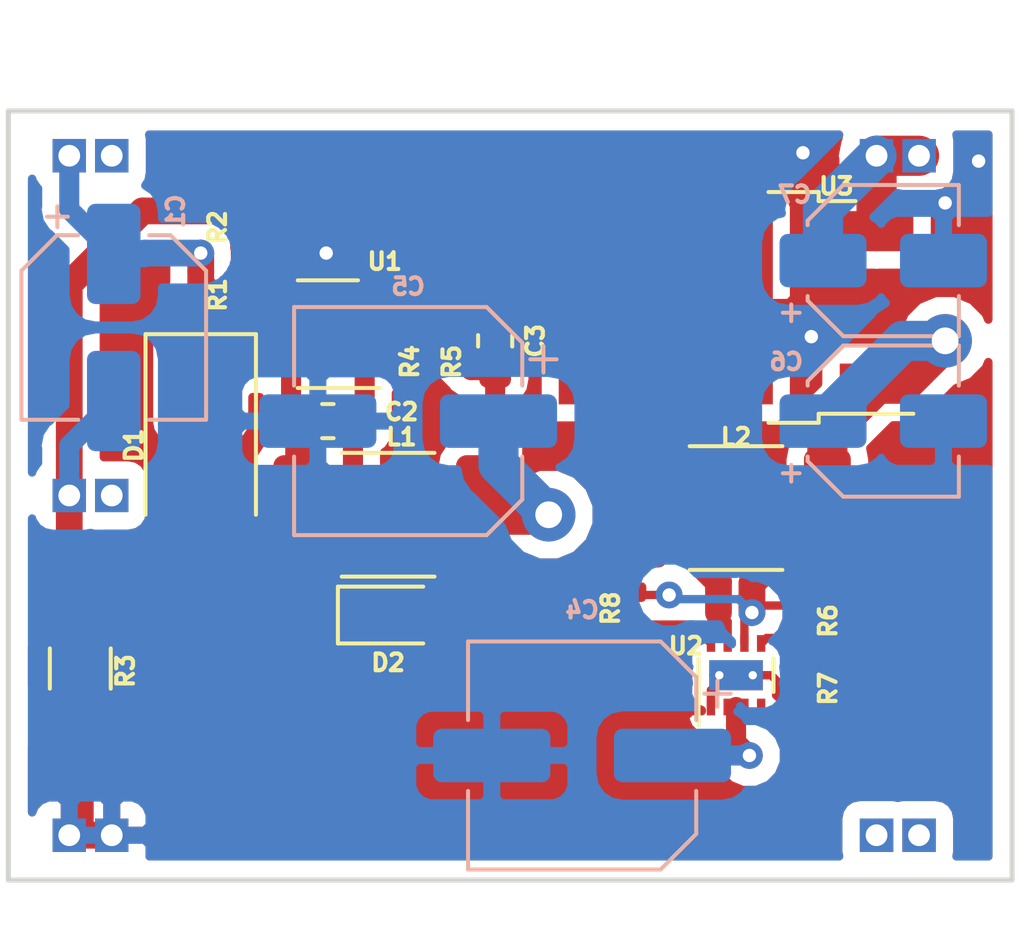
<source format=kicad_pcb>
(kicad_pcb (version 20171130) (host pcbnew 5.0.2-bee76a0~70~ubuntu18.04.1)

  (general
    (thickness 1.6)
    (drawings 4)
    (tracks 114)
    (zones 0)
    (modules 23)
    (nets 17)
  )

  (page A4)
  (layers
    (0 F.Cu signal)
    (1 In1.Cu signal)
    (2 In2.Cu signal)
    (31 B.Cu signal)
    (32 B.Adhes user)
    (33 F.Adhes user)
    (34 B.Paste user)
    (35 F.Paste user)
    (36 B.SilkS user)
    (37 F.SilkS user)
    (38 B.Mask user)
    (39 F.Mask user)
    (40 Dwgs.User user)
    (41 Cmts.User user)
    (42 Eco1.User user)
    (43 Eco2.User user)
    (44 Edge.Cuts user)
    (45 Margin user)
    (46 B.CrtYd user)
    (47 F.CrtYd user)
    (48 B.Fab user)
    (49 F.Fab user)
  )

  (setup
    (last_trace_width 1.2)
    (user_trace_width 0.4)
    (user_trace_width 0.6)
    (user_trace_width 0.8)
    (user_trace_width 1.2)
    (trace_clearance 0.2)
    (zone_clearance 0.508)
    (zone_45_only no)
    (trace_min 0.2)
    (segment_width 0.2)
    (edge_width 0.15)
    (via_size 0.8)
    (via_drill 0.4)
    (via_min_size 0.4)
    (via_min_drill 0.3)
    (uvia_size 0.3)
    (uvia_drill 0.1)
    (uvias_allowed no)
    (uvia_min_size 0.2)
    (uvia_min_drill 0.1)
    (pcb_text_width 0.3)
    (pcb_text_size 1.5 1.5)
    (mod_edge_width 0.15)
    (mod_text_size 1 1)
    (mod_text_width 0.15)
    (pad_size 1.524 1.524)
    (pad_drill 0.762)
    (pad_to_mask_clearance 0.051)
    (solder_mask_min_width 0.25)
    (aux_axis_origin 0 0)
    (visible_elements FFFFFF7F)
    (pcbplotparams
      (layerselection 0x010fc_ffffffff)
      (usegerberextensions false)
      (usegerberattributes false)
      (usegerberadvancedattributes false)
      (creategerberjobfile false)
      (excludeedgelayer true)
      (linewidth 0.100000)
      (plotframeref false)
      (viasonmask false)
      (mode 1)
      (useauxorigin false)
      (hpglpennumber 1)
      (hpglpenspeed 20)
      (hpglpendiameter 15.000000)
      (psnegative false)
      (psa4output false)
      (plotreference true)
      (plotvalue true)
      (plotinvisibletext false)
      (padsonsilk false)
      (subtractmaskfromsilk false)
      (outputformat 1)
      (mirror false)
      (drillshape 1)
      (scaleselection 1)
      (outputdirectory ""))
  )

  (net 0 "")
  (net 1 VCC)
  (net 2 "Net-(C2-Pad2)")
  (net 3 "Net-(C2-Pad1)")
  (net 4 +12V)
  (net 5 "Net-(C3-Pad2)")
  (net 6 GND)
  (net 7 +3V3)
  (net 8 "Net-(L2-Pad1)")
  (net 9 "Net-(R1-Pad1)")
  (net 10 "Net-(R6-Pad1)")
  (net 11 "Net-(R8-Pad1)")
  (net 12 "Net-(U2-Pad4)")
  (net 13 "Net-(X1-Pad2)")
  (net 14 "Net-(X1-Pad4)")
  (net 15 "Net-(C6-Pad1)")
  (net 16 "Net-(C1-Pad2)")

  (net_class Default "This is the default net class."
    (clearance 0.2)
    (trace_width 0.25)
    (via_dia 0.8)
    (via_drill 0.4)
    (uvia_dia 0.3)
    (uvia_drill 0.1)
    (add_net +12V)
    (add_net +3V3)
    (add_net GND)
    (add_net "Net-(C1-Pad2)")
    (add_net "Net-(C2-Pad1)")
    (add_net "Net-(C2-Pad2)")
    (add_net "Net-(C3-Pad2)")
    (add_net "Net-(C6-Pad1)")
    (add_net "Net-(L2-Pad1)")
    (add_net "Net-(R1-Pad1)")
    (add_net "Net-(R6-Pad1)")
    (add_net "Net-(R8-Pad1)")
    (add_net "Net-(U2-Pad4)")
    (add_net "Net-(X1-Pad2)")
    (add_net "Net-(X1-Pad4)")
    (add_net VCC)
  )

  (module Capacitor_SMD:C_0603_1608Metric_Pad1.05x0.95mm_HandSolder (layer F.Cu) (tedit 5CACF99E) (tstamp 5CACF6CB)
    (at 140.55 69.274999)
    (descr "Capacitor SMD 0603 (1608 Metric), square (rectangular) end terminal, IPC_7351 nominal with elongated pad for handsoldering. (Body size source: http://www.tortai-tech.com/upload/download/2011102023233369053.pdf), generated with kicad-footprint-generator")
    (tags "capacitor handsolder")
    (path /5CABB684)
    (attr smd)
    (fp_text reference C2 (at 2.2 -0.274999) (layer F.SilkS)
      (effects (font (size 0.5 0.5) (thickness 0.125)))
    )
    (fp_text value C (at 0 1.43) (layer F.Fab)
      (effects (font (size 1 1) (thickness 0.15)))
    )
    (fp_text user %R (at 0 0) (layer F.Fab)
      (effects (font (size 0.4 0.4) (thickness 0.06)))
    )
    (fp_line (start 1.65 0.73) (end -1.65 0.73) (layer F.CrtYd) (width 0.05))
    (fp_line (start 1.65 -0.73) (end 1.65 0.73) (layer F.CrtYd) (width 0.05))
    (fp_line (start -1.65 -0.73) (end 1.65 -0.73) (layer F.CrtYd) (width 0.05))
    (fp_line (start -1.65 0.73) (end -1.65 -0.73) (layer F.CrtYd) (width 0.05))
    (fp_line (start -0.171267 0.51) (end 0.171267 0.51) (layer F.SilkS) (width 0.12))
    (fp_line (start -0.171267 -0.51) (end 0.171267 -0.51) (layer F.SilkS) (width 0.12))
    (fp_line (start 0.8 0.4) (end -0.8 0.4) (layer F.Fab) (width 0.1))
    (fp_line (start 0.8 -0.4) (end 0.8 0.4) (layer F.Fab) (width 0.1))
    (fp_line (start -0.8 -0.4) (end 0.8 -0.4) (layer F.Fab) (width 0.1))
    (fp_line (start -0.8 0.4) (end -0.8 -0.4) (layer F.Fab) (width 0.1))
    (pad 2 smd roundrect (at 0.875 0) (size 1.05 0.95) (layers F.Cu F.Paste F.Mask) (roundrect_rratio 0.25)
      (net 2 "Net-(C2-Pad2)"))
    (pad 1 smd roundrect (at -0.875 0) (size 1.05 0.95) (layers F.Cu F.Paste F.Mask) (roundrect_rratio 0.25)
      (net 3 "Net-(C2-Pad1)"))
    (model ${KISYS3DMOD}/Capacitor_SMD.3dshapes/C_0603_1608Metric.wrl
      (at (xyz 0 0 0))
      (scale (xyz 1 1 1))
      (rotate (xyz 0 0 0))
    )
  )

  (module Capacitor_SMD:C_0603_1608Metric_Pad1.05x0.95mm_HandSolder (layer F.Cu) (tedit 5CACF9B1) (tstamp 5CACF6DC)
    (at 145.55 66.874999 90)
    (descr "Capacitor SMD 0603 (1608 Metric), square (rectangular) end terminal, IPC_7351 nominal with elongated pad for handsoldering. (Body size source: http://www.tortai-tech.com/upload/download/2011102023233369053.pdf), generated with kicad-footprint-generator")
    (tags "capacitor handsolder")
    (path /5CABD20F)
    (attr smd)
    (fp_text reference C3 (at 0 1.2 90) (layer F.SilkS)
      (effects (font (size 0.5 0.5) (thickness 0.125)))
    )
    (fp_text value C (at 0 1.43 90) (layer F.Fab)
      (effects (font (size 1 1) (thickness 0.15)))
    )
    (fp_line (start -0.8 0.4) (end -0.8 -0.4) (layer F.Fab) (width 0.1))
    (fp_line (start -0.8 -0.4) (end 0.8 -0.4) (layer F.Fab) (width 0.1))
    (fp_line (start 0.8 -0.4) (end 0.8 0.4) (layer F.Fab) (width 0.1))
    (fp_line (start 0.8 0.4) (end -0.8 0.4) (layer F.Fab) (width 0.1))
    (fp_line (start -0.171267 -0.51) (end 0.171267 -0.51) (layer F.SilkS) (width 0.12))
    (fp_line (start -0.171267 0.51) (end 0.171267 0.51) (layer F.SilkS) (width 0.12))
    (fp_line (start -1.65 0.73) (end -1.65 -0.73) (layer F.CrtYd) (width 0.05))
    (fp_line (start -1.65 -0.73) (end 1.65 -0.73) (layer F.CrtYd) (width 0.05))
    (fp_line (start 1.65 -0.73) (end 1.65 0.73) (layer F.CrtYd) (width 0.05))
    (fp_line (start 1.65 0.73) (end -1.65 0.73) (layer F.CrtYd) (width 0.05))
    (fp_text user %R (at 0 0 90) (layer F.Fab)
      (effects (font (size 0.4 0.4) (thickness 0.06)))
    )
    (pad 1 smd roundrect (at -0.875 0 90) (size 1.05 0.95) (layers F.Cu F.Paste F.Mask) (roundrect_rratio 0.25)
      (net 4 +12V))
    (pad 2 smd roundrect (at 0.875 0 90) (size 1.05 0.95) (layers F.Cu F.Paste F.Mask) (roundrect_rratio 0.25)
      (net 5 "Net-(C3-Pad2)"))
    (model ${KISYS3DMOD}/Capacitor_SMD.3dshapes/C_0603_1608Metric.wrl
      (at (xyz 0 0 0))
      (scale (xyz 1 1 1))
      (rotate (xyz 0 0 0))
    )
  )

  (module Diode_SMD:D_SMA (layer F.Cu) (tedit 5CACF994) (tstamp 5CACF794)
    (at 136.75 70.074999 270)
    (descr "Diode SMA (DO-214AC)")
    (tags "Diode SMA (DO-214AC)")
    (path /5CABC6D0)
    (attr smd)
    (fp_text reference D1 (at -0.074999 2 270) (layer F.SilkS)
      (effects (font (size 0.5 0.5) (thickness 0.125)))
    )
    (fp_text value D_Schottky (at 0 2.6 270) (layer F.Fab)
      (effects (font (size 1 1) (thickness 0.15)))
    )
    (fp_text user %R (at 0 -2.5 270) (layer F.Fab)
      (effects (font (size 1 1) (thickness 0.15)))
    )
    (fp_line (start -3.4 -1.65) (end -3.4 1.65) (layer F.SilkS) (width 0.12))
    (fp_line (start 2.3 1.5) (end -2.3 1.5) (layer F.Fab) (width 0.1))
    (fp_line (start -2.3 1.5) (end -2.3 -1.5) (layer F.Fab) (width 0.1))
    (fp_line (start 2.3 -1.5) (end 2.3 1.5) (layer F.Fab) (width 0.1))
    (fp_line (start 2.3 -1.5) (end -2.3 -1.5) (layer F.Fab) (width 0.1))
    (fp_line (start -3.5 -1.75) (end 3.5 -1.75) (layer F.CrtYd) (width 0.05))
    (fp_line (start 3.5 -1.75) (end 3.5 1.75) (layer F.CrtYd) (width 0.05))
    (fp_line (start 3.5 1.75) (end -3.5 1.75) (layer F.CrtYd) (width 0.05))
    (fp_line (start -3.5 1.75) (end -3.5 -1.75) (layer F.CrtYd) (width 0.05))
    (fp_line (start -0.64944 0.00102) (end -1.55114 0.00102) (layer F.Fab) (width 0.1))
    (fp_line (start 0.50118 0.00102) (end 1.4994 0.00102) (layer F.Fab) (width 0.1))
    (fp_line (start -0.64944 -0.79908) (end -0.64944 0.80112) (layer F.Fab) (width 0.1))
    (fp_line (start 0.50118 0.75032) (end 0.50118 -0.79908) (layer F.Fab) (width 0.1))
    (fp_line (start -0.64944 0.00102) (end 0.50118 0.75032) (layer F.Fab) (width 0.1))
    (fp_line (start -0.64944 0.00102) (end 0.50118 -0.79908) (layer F.Fab) (width 0.1))
    (fp_line (start -3.4 1.65) (end 2 1.65) (layer F.SilkS) (width 0.12))
    (fp_line (start -3.4 -1.65) (end 2 -1.65) (layer F.SilkS) (width 0.12))
    (pad 1 smd rect (at -2 0 270) (size 2.5 1.8) (layers F.Cu F.Paste F.Mask)
      (net 3 "Net-(C2-Pad1)"))
    (pad 2 smd rect (at 2 0 270) (size 2.5 1.8) (layers F.Cu F.Paste F.Mask)
      (net 6 GND))
    (model ${KISYS3DMOD}/Diode_SMD.3dshapes/D_SMA.wrl
      (at (xyz 0 0 0))
      (scale (xyz 1 1 1))
      (rotate (xyz 0 0 0))
    )
  )

  (module Diode_SMD:D_SOD-323 (layer F.Cu) (tedit 5CACF97C) (tstamp 5CACF7AC)
    (at 142.35 75.074999)
    (descr SOD-323)
    (tags SOD-323)
    (path /5CABB1F5)
    (attr smd)
    (fp_text reference D2 (at 0 1.425001) (layer F.SilkS)
      (effects (font (size 0.5 0.5) (thickness 0.125)))
    )
    (fp_text value 1N4148WS (at 0.1 1.9) (layer F.Fab)
      (effects (font (size 1 1) (thickness 0.15)))
    )
    (fp_text user %R (at 0 -1.85) (layer F.Fab)
      (effects (font (size 1 1) (thickness 0.15)))
    )
    (fp_line (start -1.5 -0.85) (end -1.5 0.85) (layer F.SilkS) (width 0.12))
    (fp_line (start 0.2 0) (end 0.45 0) (layer F.Fab) (width 0.1))
    (fp_line (start 0.2 0.35) (end -0.3 0) (layer F.Fab) (width 0.1))
    (fp_line (start 0.2 -0.35) (end 0.2 0.35) (layer F.Fab) (width 0.1))
    (fp_line (start -0.3 0) (end 0.2 -0.35) (layer F.Fab) (width 0.1))
    (fp_line (start -0.3 0) (end -0.5 0) (layer F.Fab) (width 0.1))
    (fp_line (start -0.3 -0.35) (end -0.3 0.35) (layer F.Fab) (width 0.1))
    (fp_line (start -0.9 0.7) (end -0.9 -0.7) (layer F.Fab) (width 0.1))
    (fp_line (start 0.9 0.7) (end -0.9 0.7) (layer F.Fab) (width 0.1))
    (fp_line (start 0.9 -0.7) (end 0.9 0.7) (layer F.Fab) (width 0.1))
    (fp_line (start -0.9 -0.7) (end 0.9 -0.7) (layer F.Fab) (width 0.1))
    (fp_line (start -1.6 -0.95) (end 1.6 -0.95) (layer F.CrtYd) (width 0.05))
    (fp_line (start 1.6 -0.95) (end 1.6 0.95) (layer F.CrtYd) (width 0.05))
    (fp_line (start -1.6 0.95) (end 1.6 0.95) (layer F.CrtYd) (width 0.05))
    (fp_line (start -1.6 -0.95) (end -1.6 0.95) (layer F.CrtYd) (width 0.05))
    (fp_line (start -1.5 0.85) (end 1.05 0.85) (layer F.SilkS) (width 0.12))
    (fp_line (start -1.5 -0.85) (end 1.05 -0.85) (layer F.SilkS) (width 0.12))
    (pad 1 smd rect (at -1.05 0) (size 0.6 0.45) (layers F.Cu F.Paste F.Mask)
      (net 2 "Net-(C2-Pad2)"))
    (pad 2 smd rect (at 1.05 0) (size 0.6 0.45) (layers F.Cu F.Paste F.Mask)
      (net 4 +12V))
    (model ${KISYS3DMOD}/Diode_SMD.3dshapes/D_SOD-323.wrl
      (at (xyz 0 0 0))
      (scale (xyz 1 1 1))
      (rotate (xyz 0 0 0))
    )
  )

  (module Inductor_SMD:DO1608 (layer F.Cu) (tedit 5CACF985) (tstamp 5CACF7BD)
    (at 142.35 72.074999)
    (path /5CABB9C4)
    (fp_text reference L1 (at 0.4 -2.324999) (layer F.SilkS)
      (effects (font (size 0.5 0.5) (thickness 0.125)))
    )
    (fp_text value L (at 3.4 -3.6) (layer F.Fab)
      (effects (font (size 1 1) (thickness 0.15)))
    )
    (fp_line (start -2.25 1.75) (end -2.25 -1.75) (layer F.Fab) (width 0.1))
    (fp_line (start 3.5 1.95) (end -3.5 1.95) (layer F.CrtYd) (width 0.05))
    (fp_line (start 3.5 -1.95) (end 3.5 1.95) (layer F.CrtYd) (width 0.05))
    (fp_line (start -2.25 -1.75) (end 2.25 -1.75) (layer F.Fab) (width 0.1))
    (fp_text user %R (at 0 0) (layer F.Fab)
      (effects (font (size 1 1) (thickness 0.15)))
    )
    (fp_line (start -1.386252 -1.85) (end 1.386252 -1.85) (layer F.SilkS) (width 0.12))
    (fp_line (start -3.5 1.95) (end -3.5 -1.95) (layer F.CrtYd) (width 0.05))
    (fp_line (start 2.25 -1.75) (end 2.25 1.75) (layer F.Fab) (width 0.1))
    (fp_line (start -3.5 -1.95) (end 3.5 -1.95) (layer F.CrtYd) (width 0.05))
    (fp_line (start -1.386252 1.85) (end 1.386252 1.85) (layer F.SilkS) (width 0.12))
    (fp_line (start 2.25 1.75) (end -2.25 1.75) (layer F.Fab) (width 0.1))
    (pad 2 smd roundrect (at 2.73 0) (size 1.4 3.56) (layers F.Cu F.Paste F.Mask) (roundrect_rratio 0.222)
      (net 4 +12V))
    (pad 1 smd roundrect (at -2.73 0) (size 1.4 3.56) (layers F.Cu F.Paste F.Mask) (roundrect_rratio 0.222)
      (net 3 "Net-(C2-Pad1)"))
  )

  (module Inductor_SMD:DO1608 (layer F.Cu) (tedit 5CACF924) (tstamp 5CACF7CE)
    (at 152.75 71.874999)
    (path /5CACC0D4)
    (fp_text reference L2 (at 0 -2.124999) (layer F.SilkS)
      (effects (font (size 0.5 0.5) (thickness 0.125)))
    )
    (fp_text value L (at 3.4 -3.6) (layer F.Fab)
      (effects (font (size 1 1) (thickness 0.15)))
    )
    (fp_line (start 2.25 1.75) (end -2.25 1.75) (layer F.Fab) (width 0.1))
    (fp_line (start -1.386252 1.85) (end 1.386252 1.85) (layer F.SilkS) (width 0.12))
    (fp_line (start -3.5 -1.95) (end 3.5 -1.95) (layer F.CrtYd) (width 0.05))
    (fp_line (start 2.25 -1.75) (end 2.25 1.75) (layer F.Fab) (width 0.1))
    (fp_line (start -3.5 1.95) (end -3.5 -1.95) (layer F.CrtYd) (width 0.05))
    (fp_line (start -1.386252 -1.85) (end 1.386252 -1.85) (layer F.SilkS) (width 0.12))
    (fp_text user %R (at 0 0) (layer F.Fab)
      (effects (font (size 1 1) (thickness 0.15)))
    )
    (fp_line (start -2.25 -1.75) (end 2.25 -1.75) (layer F.Fab) (width 0.1))
    (fp_line (start 3.5 -1.95) (end 3.5 1.95) (layer F.CrtYd) (width 0.05))
    (fp_line (start 3.5 1.95) (end -3.5 1.95) (layer F.CrtYd) (width 0.05))
    (fp_line (start -2.25 1.75) (end -2.25 -1.75) (layer F.Fab) (width 0.1))
    (pad 1 smd roundrect (at -2.73 0) (size 1.4 3.56) (layers F.Cu F.Paste F.Mask) (roundrect_rratio 0.222)
      (net 8 "Net-(L2-Pad1)"))
    (pad 2 smd roundrect (at 2.73 0) (size 1.4 3.56) (layers F.Cu F.Paste F.Mask) (roundrect_rratio 0.222)
      (net 15 "Net-(C6-Pad1)"))
  )

  (module Resistor_SMD:R_0402_1005Metric (layer F.Cu) (tedit 5CACF9D1) (tstamp 5CACF7DD)
    (at 137.95 65.474999 270)
    (descr "Resistor SMD 0402 (1005 Metric), square (rectangular) end terminal, IPC_7351 nominal, (Body size source: http://www.tortai-tech.com/upload/download/2011102023233369053.pdf), generated with kicad-footprint-generator")
    (tags resistor)
    (path /5CABA144)
    (attr smd)
    (fp_text reference R1 (at 0.025001 0.7 270) (layer F.SilkS)
      (effects (font (size 0.5 0.5) (thickness 0.125)))
    )
    (fp_text value R (at 0 1.17 270) (layer F.Fab)
      (effects (font (size 1 1) (thickness 0.15)))
    )
    (fp_text user %R (at 0 0 270) (layer F.Fab)
      (effects (font (size 0.25 0.25) (thickness 0.04)))
    )
    (fp_line (start 0.93 0.47) (end -0.93 0.47) (layer F.CrtYd) (width 0.05))
    (fp_line (start 0.93 -0.47) (end 0.93 0.47) (layer F.CrtYd) (width 0.05))
    (fp_line (start -0.93 -0.47) (end 0.93 -0.47) (layer F.CrtYd) (width 0.05))
    (fp_line (start -0.93 0.47) (end -0.93 -0.47) (layer F.CrtYd) (width 0.05))
    (fp_line (start 0.5 0.25) (end -0.5 0.25) (layer F.Fab) (width 0.1))
    (fp_line (start 0.5 -0.25) (end 0.5 0.25) (layer F.Fab) (width 0.1))
    (fp_line (start -0.5 -0.25) (end 0.5 -0.25) (layer F.Fab) (width 0.1))
    (fp_line (start -0.5 0.25) (end -0.5 -0.25) (layer F.Fab) (width 0.1))
    (pad 2 smd roundrect (at 0.485 0 270) (size 0.59 0.64) (layers F.Cu F.Paste F.Mask) (roundrect_rratio 0.25)
      (net 1 VCC))
    (pad 1 smd roundrect (at -0.485 0 270) (size 0.59 0.64) (layers F.Cu F.Paste F.Mask) (roundrect_rratio 0.25)
      (net 9 "Net-(R1-Pad1)"))
    (model ${KISYS3DMOD}/Resistor_SMD.3dshapes/R_0402_1005Metric.wrl
      (at (xyz 0 0 0))
      (scale (xyz 1 1 1))
      (rotate (xyz 0 0 0))
    )
  )

  (module Resistor_SMD:R_0402_1005Metric (layer F.Cu) (tedit 5CACF9DB) (tstamp 5CACF7EC)
    (at 137.95 63.474999 90)
    (descr "Resistor SMD 0402 (1005 Metric), square (rectangular) end terminal, IPC_7351 nominal, (Body size source: http://www.tortai-tech.com/upload/download/2011102023233369053.pdf), generated with kicad-footprint-generator")
    (tags resistor)
    (path /5CABA19F)
    (attr smd)
    (fp_text reference R2 (at 0 -0.7 90) (layer F.SilkS)
      (effects (font (size 0.5 0.5) (thickness 0.125)))
    )
    (fp_text value R (at 0 1.17 90) (layer F.Fab)
      (effects (font (size 1 1) (thickness 0.15)))
    )
    (fp_line (start -0.5 0.25) (end -0.5 -0.25) (layer F.Fab) (width 0.1))
    (fp_line (start -0.5 -0.25) (end 0.5 -0.25) (layer F.Fab) (width 0.1))
    (fp_line (start 0.5 -0.25) (end 0.5 0.25) (layer F.Fab) (width 0.1))
    (fp_line (start 0.5 0.25) (end -0.5 0.25) (layer F.Fab) (width 0.1))
    (fp_line (start -0.93 0.47) (end -0.93 -0.47) (layer F.CrtYd) (width 0.05))
    (fp_line (start -0.93 -0.47) (end 0.93 -0.47) (layer F.CrtYd) (width 0.05))
    (fp_line (start 0.93 -0.47) (end 0.93 0.47) (layer F.CrtYd) (width 0.05))
    (fp_line (start 0.93 0.47) (end -0.93 0.47) (layer F.CrtYd) (width 0.05))
    (fp_text user %R (at 0 0 90) (layer F.Fab)
      (effects (font (size 0.25 0.25) (thickness 0.04)))
    )
    (pad 1 smd roundrect (at -0.485 0 90) (size 0.59 0.64) (layers F.Cu F.Paste F.Mask) (roundrect_rratio 0.25)
      (net 9 "Net-(R1-Pad1)"))
    (pad 2 smd roundrect (at 0.485 0 90) (size 0.59 0.64) (layers F.Cu F.Paste F.Mask) (roundrect_rratio 0.25)
      (net 16 "Net-(C1-Pad2)"))
    (model ${KISYS3DMOD}/Resistor_SMD.3dshapes/R_0402_1005Metric.wrl
      (at (xyz 0 0 0))
      (scale (xyz 1 1 1))
      (rotate (xyz 0 0 0))
    )
  )

  (module Resistor_SMD:R_1206_3216Metric (layer F.Cu) (tedit 5CACF9E9) (tstamp 5CACF7FD)
    (at 133.15 76.674999 90)
    (descr "Resistor SMD 1206 (3216 Metric), square (rectangular) end terminal, IPC_7351 nominal, (Body size source: http://www.tortai-tech.com/upload/download/2011102023233369053.pdf), generated with kicad-footprint-generator")
    (tags resistor)
    (path /5CABAAC6)
    (attr smd)
    (fp_text reference R3 (at -0.075001 1.35 90) (layer F.SilkS)
      (effects (font (size 0.5 0.5) (thickness 0.125)))
    )
    (fp_text value R (at 0 1.82 90) (layer F.Fab)
      (effects (font (size 1 1) (thickness 0.15)))
    )
    (fp_line (start -1.6 0.8) (end -1.6 -0.8) (layer F.Fab) (width 0.1))
    (fp_line (start -1.6 -0.8) (end 1.6 -0.8) (layer F.Fab) (width 0.1))
    (fp_line (start 1.6 -0.8) (end 1.6 0.8) (layer F.Fab) (width 0.1))
    (fp_line (start 1.6 0.8) (end -1.6 0.8) (layer F.Fab) (width 0.1))
    (fp_line (start -0.602064 -0.91) (end 0.602064 -0.91) (layer F.SilkS) (width 0.12))
    (fp_line (start -0.602064 0.91) (end 0.602064 0.91) (layer F.SilkS) (width 0.12))
    (fp_line (start -2.28 1.12) (end -2.28 -1.12) (layer F.CrtYd) (width 0.05))
    (fp_line (start -2.28 -1.12) (end 2.28 -1.12) (layer F.CrtYd) (width 0.05))
    (fp_line (start 2.28 -1.12) (end 2.28 1.12) (layer F.CrtYd) (width 0.05))
    (fp_line (start 2.28 1.12) (end -2.28 1.12) (layer F.CrtYd) (width 0.05))
    (fp_text user %R (at 0 0 90) (layer F.Fab)
      (effects (font (size 0.8 0.8) (thickness 0.12)))
    )
    (pad 1 smd roundrect (at -1.4 0 90) (size 1.25 1.75) (layers F.Cu F.Paste F.Mask) (roundrect_rratio 0.2)
      (net 6 GND))
    (pad 2 smd roundrect (at 1.4 0 90) (size 1.25 1.75) (layers F.Cu F.Paste F.Mask) (roundrect_rratio 0.2)
      (net 16 "Net-(C1-Pad2)"))
    (model ${KISYS3DMOD}/Resistor_SMD.3dshapes/R_1206_3216Metric.wrl
      (at (xyz 0 0 0))
      (scale (xyz 1 1 1))
      (rotate (xyz 0 0 0))
    )
  )

  (module Resistor_SMD:R_0402_1005Metric (layer F.Cu) (tedit 5CACF9BC) (tstamp 5CACF80C)
    (at 143.15 66.074999 90)
    (descr "Resistor SMD 0402 (1005 Metric), square (rectangular) end terminal, IPC_7351 nominal, (Body size source: http://www.tortai-tech.com/upload/download/2011102023233369053.pdf), generated with kicad-footprint-generator")
    (tags resistor)
    (path /5CABC762)
    (attr smd)
    (fp_text reference R4 (at -1.425001 -0.15 90) (layer F.SilkS)
      (effects (font (size 0.5 0.5) (thickness 0.125)))
    )
    (fp_text value R (at 0 1.17 90) (layer F.Fab)
      (effects (font (size 1 1) (thickness 0.15)))
    )
    (fp_line (start -0.5 0.25) (end -0.5 -0.25) (layer F.Fab) (width 0.1))
    (fp_line (start -0.5 -0.25) (end 0.5 -0.25) (layer F.Fab) (width 0.1))
    (fp_line (start 0.5 -0.25) (end 0.5 0.25) (layer F.Fab) (width 0.1))
    (fp_line (start 0.5 0.25) (end -0.5 0.25) (layer F.Fab) (width 0.1))
    (fp_line (start -0.93 0.47) (end -0.93 -0.47) (layer F.CrtYd) (width 0.05))
    (fp_line (start -0.93 -0.47) (end 0.93 -0.47) (layer F.CrtYd) (width 0.05))
    (fp_line (start 0.93 -0.47) (end 0.93 0.47) (layer F.CrtYd) (width 0.05))
    (fp_line (start 0.93 0.47) (end -0.93 0.47) (layer F.CrtYd) (width 0.05))
    (fp_text user %R (at 0 0 90) (layer F.Fab)
      (effects (font (size 0.25 0.25) (thickness 0.04)))
    )
    (pad 1 smd roundrect (at -0.485 0 90) (size 0.59 0.64) (layers F.Cu F.Paste F.Mask) (roundrect_rratio 0.25)
      (net 6 GND))
    (pad 2 smd roundrect (at 0.485 0 90) (size 0.59 0.64) (layers F.Cu F.Paste F.Mask) (roundrect_rratio 0.25)
      (net 5 "Net-(C3-Pad2)"))
    (model ${KISYS3DMOD}/Resistor_SMD.3dshapes/R_0402_1005Metric.wrl
      (at (xyz 0 0 0))
      (scale (xyz 1 1 1))
      (rotate (xyz 0 0 0))
    )
  )

  (module Resistor_SMD:R_0402_1005Metric (layer F.Cu) (tedit 5CACF9C7) (tstamp 5CACF81B)
    (at 144.15 66.074999 90)
    (descr "Resistor SMD 0402 (1005 Metric), square (rectangular) end terminal, IPC_7351 nominal, (Body size source: http://www.tortai-tech.com/upload/download/2011102023233369053.pdf), generated with kicad-footprint-generator")
    (tags resistor)
    (path /5CABD5A3)
    (attr smd)
    (fp_text reference R5 (at -1.425001 0.1 90) (layer F.SilkS)
      (effects (font (size 0.5 0.5) (thickness 0.125)))
    )
    (fp_text value R (at 0 1.17 90) (layer F.Fab)
      (effects (font (size 1 1) (thickness 0.15)))
    )
    (fp_text user %R (at 0 0 90) (layer F.Fab)
      (effects (font (size 0.25 0.25) (thickness 0.04)))
    )
    (fp_line (start 0.93 0.47) (end -0.93 0.47) (layer F.CrtYd) (width 0.05))
    (fp_line (start 0.93 -0.47) (end 0.93 0.47) (layer F.CrtYd) (width 0.05))
    (fp_line (start -0.93 -0.47) (end 0.93 -0.47) (layer F.CrtYd) (width 0.05))
    (fp_line (start -0.93 0.47) (end -0.93 -0.47) (layer F.CrtYd) (width 0.05))
    (fp_line (start 0.5 0.25) (end -0.5 0.25) (layer F.Fab) (width 0.1))
    (fp_line (start 0.5 -0.25) (end 0.5 0.25) (layer F.Fab) (width 0.1))
    (fp_line (start -0.5 -0.25) (end 0.5 -0.25) (layer F.Fab) (width 0.1))
    (fp_line (start -0.5 0.25) (end -0.5 -0.25) (layer F.Fab) (width 0.1))
    (pad 2 smd roundrect (at 0.485 0 90) (size 0.59 0.64) (layers F.Cu F.Paste F.Mask) (roundrect_rratio 0.25)
      (net 5 "Net-(C3-Pad2)"))
    (pad 1 smd roundrect (at -0.485 0 90) (size 0.59 0.64) (layers F.Cu F.Paste F.Mask) (roundrect_rratio 0.25)
      (net 4 +12V))
    (model ${KISYS3DMOD}/Resistor_SMD.3dshapes/R_0402_1005Metric.wrl
      (at (xyz 0 0 0))
      (scale (xyz 1 1 1))
      (rotate (xyz 0 0 0))
    )
  )

  (module Resistor_SMD:R_0402_1005Metric (layer F.Cu) (tedit 5CACF940) (tstamp 5CACF82A)
    (at 154.75 75.274999 90)
    (descr "Resistor SMD 0402 (1005 Metric), square (rectangular) end terminal, IPC_7351 nominal, (Body size source: http://www.tortai-tech.com/upload/download/2011102023233369053.pdf), generated with kicad-footprint-generator")
    (tags resistor)
    (path /5CAC7240)
    (attr smd)
    (fp_text reference R6 (at 0.024999 0.75 90) (layer F.SilkS)
      (effects (font (size 0.5 0.5) (thickness 0.125)))
    )
    (fp_text value R (at 0 1.17 90) (layer F.Fab)
      (effects (font (size 1 1) (thickness 0.15)))
    )
    (fp_line (start -0.5 0.25) (end -0.5 -0.25) (layer F.Fab) (width 0.1))
    (fp_line (start -0.5 -0.25) (end 0.5 -0.25) (layer F.Fab) (width 0.1))
    (fp_line (start 0.5 -0.25) (end 0.5 0.25) (layer F.Fab) (width 0.1))
    (fp_line (start 0.5 0.25) (end -0.5 0.25) (layer F.Fab) (width 0.1))
    (fp_line (start -0.93 0.47) (end -0.93 -0.47) (layer F.CrtYd) (width 0.05))
    (fp_line (start -0.93 -0.47) (end 0.93 -0.47) (layer F.CrtYd) (width 0.05))
    (fp_line (start 0.93 -0.47) (end 0.93 0.47) (layer F.CrtYd) (width 0.05))
    (fp_line (start 0.93 0.47) (end -0.93 0.47) (layer F.CrtYd) (width 0.05))
    (fp_text user %R (at 0 0 90) (layer F.Fab)
      (effects (font (size 0.25 0.25) (thickness 0.04)))
    )
    (pad 1 smd roundrect (at -0.485 0 90) (size 0.59 0.64) (layers F.Cu F.Paste F.Mask) (roundrect_rratio 0.25)
      (net 10 "Net-(R6-Pad1)"))
    (pad 2 smd roundrect (at 0.485 0 90) (size 0.59 0.64) (layers F.Cu F.Paste F.Mask) (roundrect_rratio 0.25)
      (net 15 "Net-(C6-Pad1)"))
    (model ${KISYS3DMOD}/Resistor_SMD.3dshapes/R_0402_1005Metric.wrl
      (at (xyz 0 0 0))
      (scale (xyz 1 1 1))
      (rotate (xyz 0 0 0))
    )
  )

  (module Resistor_SMD:R_0402_1005Metric (layer F.Cu) (tedit 5CACF954) (tstamp 5CACF839)
    (at 154.75 77.274999 90)
    (descr "Resistor SMD 0402 (1005 Metric), square (rectangular) end terminal, IPC_7351 nominal, (Body size source: http://www.tortai-tech.com/upload/download/2011102023233369053.pdf), generated with kicad-footprint-generator")
    (tags resistor)
    (path /5CAC7247)
    (attr smd)
    (fp_text reference R7 (at 0 0.75 90) (layer F.SilkS)
      (effects (font (size 0.5 0.5) (thickness 0.125)))
    )
    (fp_text value R (at 0 1.17 90) (layer F.Fab)
      (effects (font (size 1 1) (thickness 0.15)))
    )
    (fp_text user %R (at 0 0 90) (layer F.Fab)
      (effects (font (size 0.25 0.25) (thickness 0.04)))
    )
    (fp_line (start 0.93 0.47) (end -0.93 0.47) (layer F.CrtYd) (width 0.05))
    (fp_line (start 0.93 -0.47) (end 0.93 0.47) (layer F.CrtYd) (width 0.05))
    (fp_line (start -0.93 -0.47) (end 0.93 -0.47) (layer F.CrtYd) (width 0.05))
    (fp_line (start -0.93 0.47) (end -0.93 -0.47) (layer F.CrtYd) (width 0.05))
    (fp_line (start 0.5 0.25) (end -0.5 0.25) (layer F.Fab) (width 0.1))
    (fp_line (start 0.5 -0.25) (end 0.5 0.25) (layer F.Fab) (width 0.1))
    (fp_line (start -0.5 -0.25) (end 0.5 -0.25) (layer F.Fab) (width 0.1))
    (fp_line (start -0.5 0.25) (end -0.5 -0.25) (layer F.Fab) (width 0.1))
    (pad 2 smd roundrect (at 0.485 0 90) (size 0.59 0.64) (layers F.Cu F.Paste F.Mask) (roundrect_rratio 0.25)
      (net 10 "Net-(R6-Pad1)"))
    (pad 1 smd roundrect (at -0.485 0 90) (size 0.59 0.64) (layers F.Cu F.Paste F.Mask) (roundrect_rratio 0.25)
      (net 6 GND))
    (model ${KISYS3DMOD}/Resistor_SMD.3dshapes/R_0402_1005Metric.wrl
      (at (xyz 0 0 0))
      (scale (xyz 1 1 1))
      (rotate (xyz 0 0 0))
    )
  )

  (module Resistor_SMD:R_0402_1005Metric (layer F.Cu) (tedit 5CACF96A) (tstamp 5CACF848)
    (at 149.75 74.874999 90)
    (descr "Resistor SMD 0402 (1005 Metric), square (rectangular) end terminal, IPC_7351 nominal, (Body size source: http://www.tortai-tech.com/upload/download/2011102023233369053.pdf), generated with kicad-footprint-generator")
    (tags resistor)
    (path /5CAD1073)
    (attr smd)
    (fp_text reference R8 (at 0 -0.75 90) (layer F.SilkS)
      (effects (font (size 0.5 0.5) (thickness 0.125)))
    )
    (fp_text value R (at 0 1.17 90) (layer F.Fab)
      (effects (font (size 1 1) (thickness 0.15)))
    )
    (fp_line (start -0.5 0.25) (end -0.5 -0.25) (layer F.Fab) (width 0.1))
    (fp_line (start -0.5 -0.25) (end 0.5 -0.25) (layer F.Fab) (width 0.1))
    (fp_line (start 0.5 -0.25) (end 0.5 0.25) (layer F.Fab) (width 0.1))
    (fp_line (start 0.5 0.25) (end -0.5 0.25) (layer F.Fab) (width 0.1))
    (fp_line (start -0.93 0.47) (end -0.93 -0.47) (layer F.CrtYd) (width 0.05))
    (fp_line (start -0.93 -0.47) (end 0.93 -0.47) (layer F.CrtYd) (width 0.05))
    (fp_line (start 0.93 -0.47) (end 0.93 0.47) (layer F.CrtYd) (width 0.05))
    (fp_line (start 0.93 0.47) (end -0.93 0.47) (layer F.CrtYd) (width 0.05))
    (fp_text user %R (at 0 0 90) (layer F.Fab)
      (effects (font (size 0.25 0.25) (thickness 0.04)))
    )
    (pad 1 smd roundrect (at -0.485 0 90) (size 0.59 0.64) (layers F.Cu F.Paste F.Mask) (roundrect_rratio 0.25)
      (net 11 "Net-(R8-Pad1)"))
    (pad 2 smd roundrect (at 0.485 0 90) (size 0.59 0.64) (layers F.Cu F.Paste F.Mask) (roundrect_rratio 0.25)
      (net 15 "Net-(C6-Pad1)"))
    (model ${KISYS3DMOD}/Resistor_SMD.3dshapes/R_0402_1005Metric.wrl
      (at (xyz 0 0 0))
      (scale (xyz 1 1 1))
      (rotate (xyz 0 0 0))
    )
  )

  (module Package_TO_SOT_SMD:SOT-23-6 (layer F.Cu) (tedit 5CACF9A8) (tstamp 5CACF85E)
    (at 140.55 66.674999 180)
    (descr "6-pin SOT-23 package")
    (tags SOT-23-6)
    (path /5CABA049)
    (attr smd)
    (fp_text reference U1 (at -1.7 2.174999 180) (layer F.SilkS)
      (effects (font (size 0.5 0.5) (thickness 0.125)))
    )
    (fp_text value MCP16331CH (at 0 2.9 180) (layer F.Fab)
      (effects (font (size 1 1) (thickness 0.15)))
    )
    (fp_text user %R (at 0 0 270) (layer F.Fab)
      (effects (font (size 0.5 0.5) (thickness 0.075)))
    )
    (fp_line (start -0.9 1.61) (end 0.9 1.61) (layer F.SilkS) (width 0.12))
    (fp_line (start 0.9 -1.61) (end -1.55 -1.61) (layer F.SilkS) (width 0.12))
    (fp_line (start 1.9 -1.8) (end -1.9 -1.8) (layer F.CrtYd) (width 0.05))
    (fp_line (start 1.9 1.8) (end 1.9 -1.8) (layer F.CrtYd) (width 0.05))
    (fp_line (start -1.9 1.8) (end 1.9 1.8) (layer F.CrtYd) (width 0.05))
    (fp_line (start -1.9 -1.8) (end -1.9 1.8) (layer F.CrtYd) (width 0.05))
    (fp_line (start -0.9 -0.9) (end -0.25 -1.55) (layer F.Fab) (width 0.1))
    (fp_line (start 0.9 -1.55) (end -0.25 -1.55) (layer F.Fab) (width 0.1))
    (fp_line (start -0.9 -0.9) (end -0.9 1.55) (layer F.Fab) (width 0.1))
    (fp_line (start 0.9 1.55) (end -0.9 1.55) (layer F.Fab) (width 0.1))
    (fp_line (start 0.9 -1.55) (end 0.9 1.55) (layer F.Fab) (width 0.1))
    (pad 1 smd rect (at -1.1 -0.95 180) (size 1.06 0.65) (layers F.Cu F.Paste F.Mask)
      (net 2 "Net-(C2-Pad2)"))
    (pad 2 smd rect (at -1.1 0 180) (size 1.06 0.65) (layers F.Cu F.Paste F.Mask)
      (net 6 GND))
    (pad 3 smd rect (at -1.1 0.95 180) (size 1.06 0.65) (layers F.Cu F.Paste F.Mask)
      (net 5 "Net-(C3-Pad2)"))
    (pad 4 smd rect (at 1.1 0.95 180) (size 1.06 0.65) (layers F.Cu F.Paste F.Mask)
      (net 9 "Net-(R1-Pad1)"))
    (pad 6 smd rect (at 1.1 -0.95 180) (size 1.06 0.65) (layers F.Cu F.Paste F.Mask)
      (net 3 "Net-(C2-Pad1)"))
    (pad 5 smd rect (at 1.1 0 180) (size 1.06 0.65) (layers F.Cu F.Paste F.Mask)
      (net 1 VCC))
    (model ${KISYS3DMOD}/Package_TO_SOT_SMD.3dshapes/SOT-23-6.wrl
      (at (xyz 0 0 0))
      (scale (xyz 1 1 1))
      (rotate (xyz 0 0 0))
    )
  )

  (module Package_SON:WSON-8-1EP_2x2mm_P0.5mm_EP0.9x1.6mm_ThermalVias (layer F.Cu) (tedit 5CACF95A) (tstamp 5CACF87C)
    (at 152.75 76.874999 90)
    (descr "8-Lead Plastic WSON, 2x2mm Body, 0.5mm Pitch, WSON-8, http://www.ti.com/lit/ds/symlink/lm27761.pdf")
    (tags "WSON 8 1EP ThermalVias")
    (path /5CAC2E30)
    (attr smd)
    (fp_text reference U2 (at 0.874999 -1.5) (layer F.SilkS)
      (effects (font (size 0.5 0.5) (thickness 0.125)))
    )
    (fp_text value TPS62125DSG (at 0.01 2.14 90) (layer F.Fab)
      (effects (font (size 1 1) (thickness 0.15)))
    )
    (fp_text user %R (at 0 0 90) (layer F.Fab)
      (effects (font (size 0.7 0.7) (thickness 0.1)))
    )
    (fp_line (start -0.5 -1) (end -1 -0.5) (layer F.Fab) (width 0.1))
    (fp_line (start -1 1) (end -1 -0.5) (layer F.Fab) (width 0.1))
    (fp_line (start 1 1) (end -1 1) (layer F.Fab) (width 0.1))
    (fp_line (start 1 -1) (end 1 1) (layer F.Fab) (width 0.1))
    (fp_line (start -0.5 -1) (end 1 -1) (layer F.Fab) (width 0.1))
    (fp_line (start -1.6 -1.25) (end -1.6 1.25) (layer F.CrtYd) (width 0.05))
    (fp_line (start 1.6 -1.25) (end 1.6 1.25) (layer F.CrtYd) (width 0.05))
    (fp_line (start -1.6 -1.25) (end 1.6 -1.25) (layer F.CrtYd) (width 0.05))
    (fp_line (start -1.6 1.25) (end 1.6 1.25) (layer F.CrtYd) (width 0.05))
    (fp_line (start 0.5 1.12) (end -0.5 1.12) (layer F.SilkS) (width 0.12))
    (fp_line (start -1.5 -1.12) (end 0.5 -1.12) (layer F.SilkS) (width 0.12))
    (pad 3 smd rect (at -0.95 0.25 90) (size 0.5 0.25) (layers F.Cu F.Paste F.Mask)
      (net 4 +12V))
    (pad 7 smd rect (at 0.95 -0.25 90) (size 0.5 0.25) (layers F.Cu F.Paste F.Mask)
      (net 8 "Net-(L2-Pad1)"))
    (pad 8 smd rect (at 0.95 -0.75 90) (size 0.5 0.25) (layers F.Cu F.Paste F.Mask)
      (net 11 "Net-(R8-Pad1)"))
    (pad 9 thru_hole circle (at 0 -0.5 90) (size 0.6 0.6) (drill 0.25) (layers *.Cu)
      (net 6 GND))
    (pad 9 thru_hole circle (at 0 0.5 90) (size 0.6 0.6) (drill 0.25) (layers *.Cu)
      (net 6 GND))
    (pad 9 smd rect (at 0 0 90) (size 0.9 1.6) (layers F.Cu F.Mask)
      (net 6 GND))
    (pad 1 smd rect (at -0.95 -0.75 90) (size 0.5 0.25) (layers F.Cu F.Paste F.Mask)
      (net 6 GND))
    (pad 2 smd rect (at -0.95 -0.25 90) (size 0.5 0.25) (layers F.Cu F.Paste F.Mask)
      (net 4 +12V))
    (pad 4 smd rect (at -0.95 0.75 90) (size 0.5 0.25) (layers F.Cu F.Paste F.Mask)
      (net 12 "Net-(U2-Pad4)"))
    (pad 5 smd rect (at 0.95 0.75 90) (size 0.5 0.25) (layers F.Cu F.Paste F.Mask)
      (net 10 "Net-(R6-Pad1)"))
    (pad 6 smd rect (at 0.95 0.25 90) (size 0.5 0.25) (layers F.Cu F.Paste F.Mask)
      (net 15 "Net-(C6-Pad1)"))
    (pad 9 smd rect (at 0 0 90) (size 0.9 1.6) (layers B.Cu)
      (net 6 GND))
    (pad "" smd rect (at 0 0.4 90) (size 0.75 0.65) (layers F.Paste))
    (pad "" smd rect (at 0 -0.4 90) (size 0.75 0.65) (layers F.Paste))
    (model ${KISYS3DMOD}/Package_SON.3dshapes/WSON-8-1EP_2x2mm_P0.5mm_EP0.9x1.6mm.wrl
      (at (xyz 0 0 0))
      (scale (xyz 1 1 1))
      (rotate (xyz 0 0 0))
    )
  )

  (module Package_TO_SOT_SMD:TO-252-2 (layer F.Cu) (tedit 5CACF931) (tstamp 5CACF8A0)
    (at 152.75 65.874999 180)
    (descr "TO-252 / DPAK SMD package, http://www.infineon.com/cms/en/product/packages/PG-TO252/PG-TO252-3-1/")
    (tags "DPAK TO-252 DPAK-3 TO-252-3 SOT-428")
    (path /5CAD86F6)
    (attr smd)
    (fp_text reference U3 (at -3 3.624999 180) (layer F.SilkS)
      (effects (font (size 0.5 0.5) (thickness 0.125)))
    )
    (fp_text value LF120_TO252 (at 0 4.5 180) (layer F.Fab)
      (effects (font (size 1 1) (thickness 0.15)))
    )
    (fp_line (start 3.95 -2.7) (end 4.95 -2.7) (layer F.Fab) (width 0.1))
    (fp_line (start 4.95 -2.7) (end 4.95 2.7) (layer F.Fab) (width 0.1))
    (fp_line (start 4.95 2.7) (end 3.95 2.7) (layer F.Fab) (width 0.1))
    (fp_line (start 3.95 -3.25) (end 3.95 3.25) (layer F.Fab) (width 0.1))
    (fp_line (start 3.95 3.25) (end -2.27 3.25) (layer F.Fab) (width 0.1))
    (fp_line (start -2.27 3.25) (end -2.27 -2.25) (layer F.Fab) (width 0.1))
    (fp_line (start -2.27 -2.25) (end -1.27 -3.25) (layer F.Fab) (width 0.1))
    (fp_line (start -1.27 -3.25) (end 3.95 -3.25) (layer F.Fab) (width 0.1))
    (fp_line (start -1.865 -2.655) (end -4.97 -2.655) (layer F.Fab) (width 0.1))
    (fp_line (start -4.97 -2.655) (end -4.97 -1.905) (layer F.Fab) (width 0.1))
    (fp_line (start -4.97 -1.905) (end -2.27 -1.905) (layer F.Fab) (width 0.1))
    (fp_line (start -2.27 1.905) (end -4.97 1.905) (layer F.Fab) (width 0.1))
    (fp_line (start -4.97 1.905) (end -4.97 2.655) (layer F.Fab) (width 0.1))
    (fp_line (start -4.97 2.655) (end -2.27 2.655) (layer F.Fab) (width 0.1))
    (fp_line (start -0.97 -3.45) (end -2.47 -3.45) (layer F.SilkS) (width 0.12))
    (fp_line (start -2.47 -3.45) (end -2.47 -3.18) (layer F.SilkS) (width 0.12))
    (fp_line (start -2.47 -3.18) (end -5.3 -3.18) (layer F.SilkS) (width 0.12))
    (fp_line (start -0.97 3.45) (end -2.47 3.45) (layer F.SilkS) (width 0.12))
    (fp_line (start -2.47 3.45) (end -2.47 3.18) (layer F.SilkS) (width 0.12))
    (fp_line (start -2.47 3.18) (end -3.57 3.18) (layer F.SilkS) (width 0.12))
    (fp_line (start -5.55 -3.5) (end -5.55 3.5) (layer F.CrtYd) (width 0.05))
    (fp_line (start -5.55 3.5) (end 5.55 3.5) (layer F.CrtYd) (width 0.05))
    (fp_line (start 5.55 3.5) (end 5.55 -3.5) (layer F.CrtYd) (width 0.05))
    (fp_line (start 5.55 -3.5) (end -5.55 -3.5) (layer F.CrtYd) (width 0.05))
    (fp_text user %R (at 0 0 180) (layer F.Fab)
      (effects (font (size 1 1) (thickness 0.15)))
    )
    (pad 1 smd rect (at -4.2 -2.28 180) (size 2.2 1.2) (layers F.Cu F.Paste F.Mask)
      (net 15 "Net-(C6-Pad1)"))
    (pad 3 smd rect (at -4.2 2.28 180) (size 2.2 1.2) (layers F.Cu F.Paste F.Mask)
      (net 7 +3V3))
    (pad 2 smd rect (at 2.1 0 180) (size 6.4 5.8) (layers F.Cu F.Mask)
      (net 6 GND))
    (pad "" smd rect (at 3.775 1.525 180) (size 3.05 2.75) (layers F.Paste))
    (pad "" smd rect (at 0.425 -1.525 180) (size 3.05 2.75) (layers F.Paste))
    (pad "" smd rect (at 3.775 -1.525 180) (size 3.05 2.75) (layers F.Paste))
    (pad "" smd rect (at 0.425 1.525 180) (size 3.05 2.75) (layers F.Paste))
    (model ${KISYS3DMOD}/Package_TO_SOT_SMD.3dshapes/TO-252-2.wrl
      (at (xyz 0 0 0))
      (scale (xyz 1 1 1))
      (rotate (xyz 0 0 0))
    )
  )

  (module TJ:HA_PoE_IF (layer F.Cu) (tedit 5CACFA2B) (tstamp 5CACF8B2)
    (at 131 71.5)
    (path /5CAB8036)
    (fp_text reference X1 (at 3.09 -12.7) (layer F.SilkS) hide
      (effects (font (size 1 1) (thickness 0.15)))
    )
    (fp_text value HA_PoE_IF (at 4.36 -13.97) (layer F.Fab)
      (effects (font (size 1 1) (thickness 0.15)))
    )
    (fp_line (start 0 -11.55) (end 30.3 -11.55) (layer F.CrtYd) (width 0.15))
    (fp_line (start 30.3 -11.55) (end 30.3 11.55) (layer F.CrtYd) (width 0.15))
    (fp_line (start 30.3 11.55) (end 0 11.55) (layer F.CrtYd) (width 0.15))
    (fp_line (start 0 11.55) (end 0 -11.55) (layer F.CrtYd) (width 0.15))
    (pad 1 thru_hole rect (at 1.82 -10.16) (size 1 1) (drill 0.65) (layers *.Cu *.Mask)
      (net 1 VCC))
    (pad 2 thru_hole rect (at 3.09 -10.16) (size 1 1) (drill 0.65) (layers *.Cu *.Mask)
      (net 13 "Net-(X1-Pad2)"))
    (pad 3 thru_hole rect (at 1.82 0) (size 1 1) (drill 0.65) (layers *.Cu *.Mask)
      (net 16 "Net-(C1-Pad2)"))
    (pad 4 thru_hole rect (at 3.09 0) (size 1 1) (drill 0.65) (layers *.Cu *.Mask)
      (net 14 "Net-(X1-Pad4)"))
    (pad 5 thru_hole rect (at 1.82 10.16) (size 1 1) (drill 0.65) (layers *.Cu *.Mask)
      (net 6 GND))
    (pad 6 thru_hole rect (at 3.09 10.16) (size 1 1) (drill 0.65) (layers *.Cu *.Mask)
      (net 6 GND))
    (pad 7 thru_hole rect (at 25.95 10.16) (size 1 1) (drill 0.65) (layers *.Cu *.Mask)
      (net 4 +12V))
    (pad 8 thru_hole rect (at 27.22 10.16) (size 1 1) (drill 0.65) (layers *.Cu *.Mask)
      (net 4 +12V))
    (pad 9 thru_hole rect (at 25.95 -10.16) (size 1 1) (drill 0.65) (layers *.Cu *.Mask)
      (net 7 +3V3))
    (pad 10 thru_hole rect (at 27.22 -10.16) (size 1 1) (drill 0.65) (layers *.Cu *.Mask)
      (net 7 +3V3))
  )

  (module Capacitor_SMD:CP_Elec_5x5.8 (layer B.Cu) (tedit 5CACFA14) (tstamp 5CAD0FC3)
    (at 134.15 66.474999 270)
    (descr "SMD capacitor, aluminum electrolytic, Panasonic, 5.0x5.8mm")
    (tags "capacitor electrolytic")
    (path /5CAD4AB4)
    (attr smd)
    (fp_text reference C1 (at -3.474999 -1.85 270) (layer B.SilkS)
      (effects (font (size 0.5 0.5) (thickness 0.125)) (justify mirror))
    )
    (fp_text value CP (at 0 -3.7 270) (layer B.Fab)
      (effects (font (size 1 1) (thickness 0.15)) (justify mirror))
    )
    (fp_circle (center 0 0) (end 2.5 0) (layer B.Fab) (width 0.1))
    (fp_line (start 2.65 2.65) (end 2.65 -2.65) (layer B.Fab) (width 0.1))
    (fp_line (start -1.65 2.65) (end 2.65 2.65) (layer B.Fab) (width 0.1))
    (fp_line (start -1.65 -2.65) (end 2.65 -2.65) (layer B.Fab) (width 0.1))
    (fp_line (start -2.65 1.65) (end -2.65 -1.65) (layer B.Fab) (width 0.1))
    (fp_line (start -2.65 1.65) (end -1.65 2.65) (layer B.Fab) (width 0.1))
    (fp_line (start -2.65 -1.65) (end -1.65 -2.65) (layer B.Fab) (width 0.1))
    (fp_line (start -2.033956 1.2) (end -1.533956 1.2) (layer B.Fab) (width 0.1))
    (fp_line (start -1.783956 1.45) (end -1.783956 0.95) (layer B.Fab) (width 0.1))
    (fp_line (start 2.76 -2.76) (end 2.76 -1.06) (layer B.SilkS) (width 0.12))
    (fp_line (start 2.76 2.76) (end 2.76 1.06) (layer B.SilkS) (width 0.12))
    (fp_line (start -1.695563 2.76) (end 2.76 2.76) (layer B.SilkS) (width 0.12))
    (fp_line (start -1.695563 -2.76) (end 2.76 -2.76) (layer B.SilkS) (width 0.12))
    (fp_line (start -2.76 -1.695563) (end -2.76 -1.06) (layer B.SilkS) (width 0.12))
    (fp_line (start -2.76 1.695563) (end -2.76 1.06) (layer B.SilkS) (width 0.12))
    (fp_line (start -2.76 1.695563) (end -1.695563 2.76) (layer B.SilkS) (width 0.12))
    (fp_line (start -2.76 -1.695563) (end -1.695563 -2.76) (layer B.SilkS) (width 0.12))
    (fp_line (start -3.625 1.685) (end -3 1.685) (layer B.SilkS) (width 0.12))
    (fp_line (start -3.3125 1.9975) (end -3.3125 1.3725) (layer B.SilkS) (width 0.12))
    (fp_line (start 2.9 2.9) (end 2.9 1.05) (layer B.CrtYd) (width 0.05))
    (fp_line (start 2.9 1.05) (end 3.95 1.05) (layer B.CrtYd) (width 0.05))
    (fp_line (start 3.95 1.05) (end 3.95 -1.05) (layer B.CrtYd) (width 0.05))
    (fp_line (start 3.95 -1.05) (end 2.9 -1.05) (layer B.CrtYd) (width 0.05))
    (fp_line (start 2.9 -1.05) (end 2.9 -2.9) (layer B.CrtYd) (width 0.05))
    (fp_line (start -1.75 -2.9) (end 2.9 -2.9) (layer B.CrtYd) (width 0.05))
    (fp_line (start -1.75 2.9) (end 2.9 2.9) (layer B.CrtYd) (width 0.05))
    (fp_line (start -2.9 -1.75) (end -1.75 -2.9) (layer B.CrtYd) (width 0.05))
    (fp_line (start -2.9 1.75) (end -1.75 2.9) (layer B.CrtYd) (width 0.05))
    (fp_line (start -2.9 1.75) (end -2.9 1.05) (layer B.CrtYd) (width 0.05))
    (fp_line (start -2.9 -1.05) (end -2.9 -1.75) (layer B.CrtYd) (width 0.05))
    (fp_line (start -2.9 1.05) (end -3.95 1.05) (layer B.CrtYd) (width 0.05))
    (fp_line (start -3.95 1.05) (end -3.95 -1.05) (layer B.CrtYd) (width 0.05))
    (fp_line (start -3.95 -1.05) (end -2.9 -1.05) (layer B.CrtYd) (width 0.05))
    (fp_text user %R (at 0 0 270) (layer B.Fab)
      (effects (font (size 1 1) (thickness 0.15)) (justify mirror))
    )
    (pad 1 smd roundrect (at -2.2 0 270) (size 3 1.6) (layers B.Cu B.Paste B.Mask) (roundrect_rratio 0.15625)
      (net 1 VCC))
    (pad 2 smd roundrect (at 2.2 0 270) (size 3 1.6) (layers B.Cu B.Paste B.Mask) (roundrect_rratio 0.15625)
      (net 16 "Net-(C1-Pad2)"))
    (model ${KISYS3DMOD}/Capacitor_SMD.3dshapes/CP_Elec_5x5.8.wrl
      (at (xyz 0 0 0))
      (scale (xyz 1 1 1))
      (rotate (xyz 0 0 0))
    )
  )

  (module Capacitor_SMD:CP_Elec_6.3x7.7 (layer B.Cu) (tedit 5CACF972) (tstamp 5CAD0FEB)
    (at 148.15 79.274999 180)
    (descr "SMD capacitor, aluminum electrolytic, Nichicon, 6.3x7.7mm")
    (tags "capacitor electrolytic")
    (path /5CAD0848)
    (attr smd)
    (fp_text reference C4 (at 0 4.35 180) (layer B.SilkS)
      (effects (font (size 0.5 0.5) (thickness 0.125)) (justify mirror))
    )
    (fp_text value CP (at 0 -4.35 180) (layer B.Fab)
      (effects (font (size 1 1) (thickness 0.15)) (justify mirror))
    )
    (fp_circle (center 0 0) (end 3.15 0) (layer B.Fab) (width 0.1))
    (fp_line (start 3.3 3.3) (end 3.3 -3.3) (layer B.Fab) (width 0.1))
    (fp_line (start -2.3 3.3) (end 3.3 3.3) (layer B.Fab) (width 0.1))
    (fp_line (start -2.3 -3.3) (end 3.3 -3.3) (layer B.Fab) (width 0.1))
    (fp_line (start -3.3 2.3) (end -3.3 -2.3) (layer B.Fab) (width 0.1))
    (fp_line (start -3.3 2.3) (end -2.3 3.3) (layer B.Fab) (width 0.1))
    (fp_line (start -3.3 -2.3) (end -2.3 -3.3) (layer B.Fab) (width 0.1))
    (fp_line (start -2.704838 1.33) (end -2.074838 1.33) (layer B.Fab) (width 0.1))
    (fp_line (start -2.389838 1.645) (end -2.389838 1.015) (layer B.Fab) (width 0.1))
    (fp_line (start 3.41 -3.41) (end 3.41 -1.06) (layer B.SilkS) (width 0.12))
    (fp_line (start 3.41 3.41) (end 3.41 1.06) (layer B.SilkS) (width 0.12))
    (fp_line (start -2.345563 3.41) (end 3.41 3.41) (layer B.SilkS) (width 0.12))
    (fp_line (start -2.345563 -3.41) (end 3.41 -3.41) (layer B.SilkS) (width 0.12))
    (fp_line (start -3.41 -2.345563) (end -3.41 -1.06) (layer B.SilkS) (width 0.12))
    (fp_line (start -3.41 2.345563) (end -3.41 1.06) (layer B.SilkS) (width 0.12))
    (fp_line (start -3.41 2.345563) (end -2.345563 3.41) (layer B.SilkS) (width 0.12))
    (fp_line (start -3.41 -2.345563) (end -2.345563 -3.41) (layer B.SilkS) (width 0.12))
    (fp_line (start -4.4375 1.8475) (end -3.65 1.8475) (layer B.SilkS) (width 0.12))
    (fp_line (start -4.04375 2.24125) (end -4.04375 1.45375) (layer B.SilkS) (width 0.12))
    (fp_line (start 3.55 3.55) (end 3.55 1.05) (layer B.CrtYd) (width 0.05))
    (fp_line (start 3.55 1.05) (end 4.7 1.05) (layer B.CrtYd) (width 0.05))
    (fp_line (start 4.7 1.05) (end 4.7 -1.05) (layer B.CrtYd) (width 0.05))
    (fp_line (start 4.7 -1.05) (end 3.55 -1.05) (layer B.CrtYd) (width 0.05))
    (fp_line (start 3.55 -1.05) (end 3.55 -3.55) (layer B.CrtYd) (width 0.05))
    (fp_line (start -2.4 -3.55) (end 3.55 -3.55) (layer B.CrtYd) (width 0.05))
    (fp_line (start -2.4 3.55) (end 3.55 3.55) (layer B.CrtYd) (width 0.05))
    (fp_line (start -3.55 -2.4) (end -2.4 -3.55) (layer B.CrtYd) (width 0.05))
    (fp_line (start -3.55 2.4) (end -2.4 3.55) (layer B.CrtYd) (width 0.05))
    (fp_line (start -3.55 2.4) (end -3.55 1.05) (layer B.CrtYd) (width 0.05))
    (fp_line (start -3.55 -1.05) (end -3.55 -2.4) (layer B.CrtYd) (width 0.05))
    (fp_line (start -3.55 1.05) (end -4.7 1.05) (layer B.CrtYd) (width 0.05))
    (fp_line (start -4.7 1.05) (end -4.7 -1.05) (layer B.CrtYd) (width 0.05))
    (fp_line (start -4.7 -1.05) (end -3.55 -1.05) (layer B.CrtYd) (width 0.05))
    (fp_text user %R (at 0 0 180) (layer B.Fab)
      (effects (font (size 1 1) (thickness 0.15)) (justify mirror))
    )
    (pad 1 smd roundrect (at -2.7 0 180) (size 3.5 1.6) (layers B.Cu B.Paste B.Mask) (roundrect_rratio 0.15625)
      (net 4 +12V))
    (pad 2 smd roundrect (at 2.7 0 180) (size 3.5 1.6) (layers B.Cu B.Paste B.Mask) (roundrect_rratio 0.15625)
      (net 6 GND))
    (model ${KISYS3DMOD}/Capacitor_SMD.3dshapes/CP_Elec_6.3x7.7.wrl
      (at (xyz 0 0 0))
      (scale (xyz 1 1 1))
      (rotate (xyz 0 0 0))
    )
  )

  (module Capacitor_SMD:CP_Elec_6.3x7.7 (layer B.Cu) (tedit 5CACF9F6) (tstamp 5CAD1013)
    (at 142.95 69.274999 180)
    (descr "SMD capacitor, aluminum electrolytic, Nichicon, 6.3x7.7mm")
    (tags "capacitor electrolytic")
    (path /5CAD34DC)
    (attr smd)
    (fp_text reference C5 (at 0 4.024999 180) (layer B.SilkS)
      (effects (font (size 0.5 0.5) (thickness 0.125)) (justify mirror))
    )
    (fp_text value CP (at 0 -4.35 180) (layer B.Fab)
      (effects (font (size 1 1) (thickness 0.15)) (justify mirror))
    )
    (fp_text user %R (at 0 0 180) (layer B.Fab)
      (effects (font (size 1 1) (thickness 0.15)) (justify mirror))
    )
    (fp_line (start -4.7 -1.05) (end -3.55 -1.05) (layer B.CrtYd) (width 0.05))
    (fp_line (start -4.7 1.05) (end -4.7 -1.05) (layer B.CrtYd) (width 0.05))
    (fp_line (start -3.55 1.05) (end -4.7 1.05) (layer B.CrtYd) (width 0.05))
    (fp_line (start -3.55 -1.05) (end -3.55 -2.4) (layer B.CrtYd) (width 0.05))
    (fp_line (start -3.55 2.4) (end -3.55 1.05) (layer B.CrtYd) (width 0.05))
    (fp_line (start -3.55 2.4) (end -2.4 3.55) (layer B.CrtYd) (width 0.05))
    (fp_line (start -3.55 -2.4) (end -2.4 -3.55) (layer B.CrtYd) (width 0.05))
    (fp_line (start -2.4 3.55) (end 3.55 3.55) (layer B.CrtYd) (width 0.05))
    (fp_line (start -2.4 -3.55) (end 3.55 -3.55) (layer B.CrtYd) (width 0.05))
    (fp_line (start 3.55 -1.05) (end 3.55 -3.55) (layer B.CrtYd) (width 0.05))
    (fp_line (start 4.7 -1.05) (end 3.55 -1.05) (layer B.CrtYd) (width 0.05))
    (fp_line (start 4.7 1.05) (end 4.7 -1.05) (layer B.CrtYd) (width 0.05))
    (fp_line (start 3.55 1.05) (end 4.7 1.05) (layer B.CrtYd) (width 0.05))
    (fp_line (start 3.55 3.55) (end 3.55 1.05) (layer B.CrtYd) (width 0.05))
    (fp_line (start -4.04375 2.24125) (end -4.04375 1.45375) (layer B.SilkS) (width 0.12))
    (fp_line (start -4.4375 1.8475) (end -3.65 1.8475) (layer B.SilkS) (width 0.12))
    (fp_line (start -3.41 -2.345563) (end -2.345563 -3.41) (layer B.SilkS) (width 0.12))
    (fp_line (start -3.41 2.345563) (end -2.345563 3.41) (layer B.SilkS) (width 0.12))
    (fp_line (start -3.41 2.345563) (end -3.41 1.06) (layer B.SilkS) (width 0.12))
    (fp_line (start -3.41 -2.345563) (end -3.41 -1.06) (layer B.SilkS) (width 0.12))
    (fp_line (start -2.345563 -3.41) (end 3.41 -3.41) (layer B.SilkS) (width 0.12))
    (fp_line (start -2.345563 3.41) (end 3.41 3.41) (layer B.SilkS) (width 0.12))
    (fp_line (start 3.41 3.41) (end 3.41 1.06) (layer B.SilkS) (width 0.12))
    (fp_line (start 3.41 -3.41) (end 3.41 -1.06) (layer B.SilkS) (width 0.12))
    (fp_line (start -2.389838 1.645) (end -2.389838 1.015) (layer B.Fab) (width 0.1))
    (fp_line (start -2.704838 1.33) (end -2.074838 1.33) (layer B.Fab) (width 0.1))
    (fp_line (start -3.3 -2.3) (end -2.3 -3.3) (layer B.Fab) (width 0.1))
    (fp_line (start -3.3 2.3) (end -2.3 3.3) (layer B.Fab) (width 0.1))
    (fp_line (start -3.3 2.3) (end -3.3 -2.3) (layer B.Fab) (width 0.1))
    (fp_line (start -2.3 -3.3) (end 3.3 -3.3) (layer B.Fab) (width 0.1))
    (fp_line (start -2.3 3.3) (end 3.3 3.3) (layer B.Fab) (width 0.1))
    (fp_line (start 3.3 3.3) (end 3.3 -3.3) (layer B.Fab) (width 0.1))
    (fp_circle (center 0 0) (end 3.15 0) (layer B.Fab) (width 0.1))
    (pad 2 smd roundrect (at 2.7 0 180) (size 3.5 1.6) (layers B.Cu B.Paste B.Mask) (roundrect_rratio 0.15625)
      (net 6 GND))
    (pad 1 smd roundrect (at -2.7 0 180) (size 3.5 1.6) (layers B.Cu B.Paste B.Mask) (roundrect_rratio 0.15625)
      (net 4 +12V))
    (model ${KISYS3DMOD}/Capacitor_SMD.3dshapes/CP_Elec_6.3x7.7.wrl
      (at (xyz 0 0 0))
      (scale (xyz 1 1 1))
      (rotate (xyz 0 0 0))
    )
  )

  (module Capacitor_SMD:CP_Elec_4x5.8 (layer B.Cu) (tedit 5CACF9FC) (tstamp 5CAD103B)
    (at 157.15 69.274999)
    (descr "SMD capacitor, aluminum electrolytic, Panasonic, 4.0x5.8mm")
    (tags "capacitor electrolytic")
    (path /5CAD608A)
    (attr smd)
    (fp_text reference C6 (at -2.9 -1.774999) (layer B.SilkS)
      (effects (font (size 0.5 0.5) (thickness 0.125)) (justify mirror))
    )
    (fp_text value CP (at 0 -3.2) (layer B.Fab)
      (effects (font (size 1 1) (thickness 0.15)) (justify mirror))
    )
    (fp_circle (center 0 0) (end 2 0) (layer B.Fab) (width 0.1))
    (fp_line (start 2.15 2.15) (end 2.15 -2.15) (layer B.Fab) (width 0.1))
    (fp_line (start -1.15 2.15) (end 2.15 2.15) (layer B.Fab) (width 0.1))
    (fp_line (start -1.15 -2.15) (end 2.15 -2.15) (layer B.Fab) (width 0.1))
    (fp_line (start -2.15 1.15) (end -2.15 -1.15) (layer B.Fab) (width 0.1))
    (fp_line (start -2.15 1.15) (end -1.15 2.15) (layer B.Fab) (width 0.1))
    (fp_line (start -2.15 -1.15) (end -1.15 -2.15) (layer B.Fab) (width 0.1))
    (fp_line (start -1.574773 1) (end -1.174773 1) (layer B.Fab) (width 0.1))
    (fp_line (start -1.374773 1.2) (end -1.374773 0.8) (layer B.Fab) (width 0.1))
    (fp_line (start 2.26 -2.26) (end 2.26 -1.06) (layer B.SilkS) (width 0.12))
    (fp_line (start 2.26 2.26) (end 2.26 1.06) (layer B.SilkS) (width 0.12))
    (fp_line (start -1.195563 2.26) (end 2.26 2.26) (layer B.SilkS) (width 0.12))
    (fp_line (start -1.195563 -2.26) (end 2.26 -2.26) (layer B.SilkS) (width 0.12))
    (fp_line (start -2.26 -1.195563) (end -2.26 -1.06) (layer B.SilkS) (width 0.12))
    (fp_line (start -2.26 1.195563) (end -2.26 1.06) (layer B.SilkS) (width 0.12))
    (fp_line (start -2.26 1.195563) (end -1.195563 2.26) (layer B.SilkS) (width 0.12))
    (fp_line (start -2.26 -1.195563) (end -1.195563 -2.26) (layer B.SilkS) (width 0.12))
    (fp_line (start -3 1.56) (end -2.5 1.56) (layer B.SilkS) (width 0.12))
    (fp_line (start -2.75 1.81) (end -2.75 1.31) (layer B.SilkS) (width 0.12))
    (fp_line (start 2.4 2.4) (end 2.4 1.05) (layer B.CrtYd) (width 0.05))
    (fp_line (start 2.4 1.05) (end 3.35 1.05) (layer B.CrtYd) (width 0.05))
    (fp_line (start 3.35 1.05) (end 3.35 -1.05) (layer B.CrtYd) (width 0.05))
    (fp_line (start 3.35 -1.05) (end 2.4 -1.05) (layer B.CrtYd) (width 0.05))
    (fp_line (start 2.4 -1.05) (end 2.4 -2.4) (layer B.CrtYd) (width 0.05))
    (fp_line (start -1.25 -2.4) (end 2.4 -2.4) (layer B.CrtYd) (width 0.05))
    (fp_line (start -1.25 2.4) (end 2.4 2.4) (layer B.CrtYd) (width 0.05))
    (fp_line (start -2.4 -1.25) (end -1.25 -2.4) (layer B.CrtYd) (width 0.05))
    (fp_line (start -2.4 1.25) (end -1.25 2.4) (layer B.CrtYd) (width 0.05))
    (fp_line (start -2.4 1.25) (end -2.4 1.05) (layer B.CrtYd) (width 0.05))
    (fp_line (start -2.4 -1.05) (end -2.4 -1.25) (layer B.CrtYd) (width 0.05))
    (fp_line (start -2.4 1.05) (end -3.35 1.05) (layer B.CrtYd) (width 0.05))
    (fp_line (start -3.35 1.05) (end -3.35 -1.05) (layer B.CrtYd) (width 0.05))
    (fp_line (start -3.35 -1.05) (end -2.4 -1.05) (layer B.CrtYd) (width 0.05))
    (fp_text user %R (at 0 0) (layer B.Fab)
      (effects (font (size 0.8 0.8) (thickness 0.12)) (justify mirror))
    )
    (pad 1 smd roundrect (at -1.8 0) (size 2.6 1.6) (layers B.Cu B.Paste B.Mask) (roundrect_rratio 0.15625)
      (net 15 "Net-(C6-Pad1)"))
    (pad 2 smd roundrect (at 1.8 0) (size 2.6 1.6) (layers B.Cu B.Paste B.Mask) (roundrect_rratio 0.15625)
      (net 6 GND))
    (model ${KISYS3DMOD}/Capacitor_SMD.3dshapes/CP_Elec_4x5.8.wrl
      (at (xyz 0 0 0))
      (scale (xyz 1 1 1))
      (rotate (xyz 0 0 0))
    )
  )

  (module Capacitor_SMD:CP_Elec_4x5.8 (layer B.Cu) (tedit 5CACFA08) (tstamp 5CAD1063)
    (at 157.15 64.474999)
    (descr "SMD capacitor, aluminum electrolytic, Panasonic, 4.0x5.8mm")
    (tags "capacitor electrolytic")
    (path /5CADD04A)
    (attr smd)
    (fp_text reference C7 (at -2.65 -1.974999) (layer B.SilkS)
      (effects (font (size 0.5 0.5) (thickness 0.125)) (justify mirror))
    )
    (fp_text value CP (at 0 -3.2) (layer B.Fab)
      (effects (font (size 1 1) (thickness 0.15)) (justify mirror))
    )
    (fp_text user %R (at 0 0) (layer B.Fab)
      (effects (font (size 0.8 0.8) (thickness 0.12)) (justify mirror))
    )
    (fp_line (start -3.35 -1.05) (end -2.4 -1.05) (layer B.CrtYd) (width 0.05))
    (fp_line (start -3.35 1.05) (end -3.35 -1.05) (layer B.CrtYd) (width 0.05))
    (fp_line (start -2.4 1.05) (end -3.35 1.05) (layer B.CrtYd) (width 0.05))
    (fp_line (start -2.4 -1.05) (end -2.4 -1.25) (layer B.CrtYd) (width 0.05))
    (fp_line (start -2.4 1.25) (end -2.4 1.05) (layer B.CrtYd) (width 0.05))
    (fp_line (start -2.4 1.25) (end -1.25 2.4) (layer B.CrtYd) (width 0.05))
    (fp_line (start -2.4 -1.25) (end -1.25 -2.4) (layer B.CrtYd) (width 0.05))
    (fp_line (start -1.25 2.4) (end 2.4 2.4) (layer B.CrtYd) (width 0.05))
    (fp_line (start -1.25 -2.4) (end 2.4 -2.4) (layer B.CrtYd) (width 0.05))
    (fp_line (start 2.4 -1.05) (end 2.4 -2.4) (layer B.CrtYd) (width 0.05))
    (fp_line (start 3.35 -1.05) (end 2.4 -1.05) (layer B.CrtYd) (width 0.05))
    (fp_line (start 3.35 1.05) (end 3.35 -1.05) (layer B.CrtYd) (width 0.05))
    (fp_line (start 2.4 1.05) (end 3.35 1.05) (layer B.CrtYd) (width 0.05))
    (fp_line (start 2.4 2.4) (end 2.4 1.05) (layer B.CrtYd) (width 0.05))
    (fp_line (start -2.75 1.81) (end -2.75 1.31) (layer B.SilkS) (width 0.12))
    (fp_line (start -3 1.56) (end -2.5 1.56) (layer B.SilkS) (width 0.12))
    (fp_line (start -2.26 -1.195563) (end -1.195563 -2.26) (layer B.SilkS) (width 0.12))
    (fp_line (start -2.26 1.195563) (end -1.195563 2.26) (layer B.SilkS) (width 0.12))
    (fp_line (start -2.26 1.195563) (end -2.26 1.06) (layer B.SilkS) (width 0.12))
    (fp_line (start -2.26 -1.195563) (end -2.26 -1.06) (layer B.SilkS) (width 0.12))
    (fp_line (start -1.195563 -2.26) (end 2.26 -2.26) (layer B.SilkS) (width 0.12))
    (fp_line (start -1.195563 2.26) (end 2.26 2.26) (layer B.SilkS) (width 0.12))
    (fp_line (start 2.26 2.26) (end 2.26 1.06) (layer B.SilkS) (width 0.12))
    (fp_line (start 2.26 -2.26) (end 2.26 -1.06) (layer B.SilkS) (width 0.12))
    (fp_line (start -1.374773 1.2) (end -1.374773 0.8) (layer B.Fab) (width 0.1))
    (fp_line (start -1.574773 1) (end -1.174773 1) (layer B.Fab) (width 0.1))
    (fp_line (start -2.15 -1.15) (end -1.15 -2.15) (layer B.Fab) (width 0.1))
    (fp_line (start -2.15 1.15) (end -1.15 2.15) (layer B.Fab) (width 0.1))
    (fp_line (start -2.15 1.15) (end -2.15 -1.15) (layer B.Fab) (width 0.1))
    (fp_line (start -1.15 -2.15) (end 2.15 -2.15) (layer B.Fab) (width 0.1))
    (fp_line (start -1.15 2.15) (end 2.15 2.15) (layer B.Fab) (width 0.1))
    (fp_line (start 2.15 2.15) (end 2.15 -2.15) (layer B.Fab) (width 0.1))
    (fp_circle (center 0 0) (end 2 0) (layer B.Fab) (width 0.1))
    (pad 2 smd roundrect (at 1.8 0) (size 2.6 1.6) (layers B.Cu B.Paste B.Mask) (roundrect_rratio 0.15625)
      (net 6 GND))
    (pad 1 smd roundrect (at -1.8 0) (size 2.6 1.6) (layers B.Cu B.Paste B.Mask) (roundrect_rratio 0.15625)
      (net 7 +3V3))
    (model ${KISYS3DMOD}/Capacitor_SMD.3dshapes/CP_Elec_4x5.8.wrl
      (at (xyz 0 0 0))
      (scale (xyz 1 1 1))
      (rotate (xyz 0 0 0))
    )
  )

  (gr_line (start 131 83) (end 131 60) (layer Edge.Cuts) (width 0.15))
  (gr_line (start 161 83) (end 131 83) (layer Edge.Cuts) (width 0.15))
  (gr_line (start 161 60) (end 161 83) (layer Edge.Cuts) (width 0.15))
  (gr_line (start 131 60) (end 161 60) (layer Edge.Cuts) (width 0.15))

  (segment (start 132.82 62.944999) (end 134.15 64.274999) (width 0.6) (layer B.Cu) (net 1))
  (segment (start 132.82 61.34) (end 132.82 62.944999) (width 0.6) (layer B.Cu) (net 1))
  (segment (start 138.665 66.674999) (end 137.95 65.959999) (width 0.6) (layer F.Cu) (net 1))
  (segment (start 139.45 66.674999) (end 138.665 66.674999) (width 0.6) (layer F.Cu) (net 1))
  (segment (start 135.05 64.274999) (end 135.074999 64.25) (width 0.8) (layer B.Cu) (net 1))
  (segment (start 134.15 64.274999) (end 135.05 64.274999) (width 0.8) (layer B.Cu) (net 1))
  (segment (start 135.074999 64.25) (end 136.75 64.25) (width 0.8) (layer B.Cu) (net 1))
  (via (at 136.75 64.25) (size 0.8) (drill 0.4) (layers F.Cu B.Cu) (net 1))
  (segment (start 136.75 64.815685) (end 136.75 64.25) (width 0.8) (layer F.Cu) (net 1))
  (segment (start 136.75 65.179999) (end 136.75 64.815685) (width 0.8) (layer F.Cu) (net 1))
  (segment (start 137.53 65.959999) (end 136.75 65.179999) (width 0.8) (layer F.Cu) (net 1))
  (segment (start 137.95 65.959999) (end 137.53 65.959999) (width 0.8) (layer F.Cu) (net 1))
  (segment (start 141.65 69.049999) (end 141.425 69.274999) (width 0.6) (layer F.Cu) (net 2))
  (segment (start 141.65 67.624999) (end 141.65 69.049999) (width 0.6) (layer F.Cu) (net 2))
  (segment (start 141.3 69.399999) (end 141.425 69.274999) (width 0.6) (layer F.Cu) (net 2))
  (segment (start 141.3 75.074999) (end 141.3 69.399999) (width 0.6) (layer F.Cu) (net 2))
  (segment (start 137.2 67.624999) (end 136.75 68.074999) (width 0.6) (layer F.Cu) (net 3))
  (segment (start 139.45 67.624999) (end 137.2 67.624999) (width 0.6) (layer F.Cu) (net 3))
  (segment (start 139.45 69.049999) (end 139.675 69.274999) (width 0.6) (layer F.Cu) (net 3))
  (segment (start 139.45 67.624999) (end 139.45 69.049999) (width 0.6) (layer F.Cu) (net 3))
  (segment (start 139.675 72.019999) (end 139.62 72.074999) (width 0.8) (layer F.Cu) (net 3))
  (segment (start 139.675 69.274999) (end 139.675 72.019999) (width 0.8) (layer F.Cu) (net 3))
  (segment (start 152.75 77.824999) (end 152.75 78.674999) (width 0.6) (layer F.Cu) (net 4))
  (segment (start 152.75 77.824999) (end 152.5 77.824999) (width 0.25) (layer F.Cu) (net 4))
  (segment (start 153 77.824999) (end 152.75 77.824999) (width 0.25) (layer F.Cu) (net 4))
  (segment (start 152.75 78.674999) (end 152.75 78.874999) (width 0.6) (layer F.Cu) (net 4))
  (via (at 153.15 79.274999) (size 0.8) (drill 0.4) (layers F.Cu B.Cu) (net 4))
  (segment (start 152.75 78.874999) (end 153.15 79.274999) (width 0.6) (layer F.Cu) (net 4))
  (segment (start 153.15 79.274999) (end 150.85 79.274999) (width 0.6) (layer B.Cu) (net 4))
  (segment (start 144.825 67.749999) (end 145.55 67.749999) (width 0.6) (layer F.Cu) (net 4))
  (segment (start 144.15 66.559999) (end 144.15 67.074999) (width 0.6) (layer F.Cu) (net 4))
  (segment (start 144.15 67.074999) (end 144.825 67.749999) (width 0.6) (layer F.Cu) (net 4))
  (segment (start 145.08 72.074999) (end 145.88 72.074999) (width 1.2) (layer F.Cu) (net 4))
  (segment (start 145.88 72.074999) (end 147.15 72.074999) (width 1.2) (layer F.Cu) (net 4))
  (via (at 147.15 72.074999) (size 1.6) (drill 0.8) (layers F.Cu B.Cu) (net 4))
  (segment (start 145.65 70.574999) (end 147.15 72.074999) (width 1.2) (layer B.Cu) (net 4))
  (segment (start 145.65 69.274999) (end 145.65 70.574999) (width 1.2) (layer B.Cu) (net 4))
  (segment (start 145.55 71.604999) (end 145.08 72.074999) (width 0.6) (layer F.Cu) (net 4))
  (segment (start 145.55 67.749999) (end 145.55 71.604999) (width 0.6) (layer F.Cu) (net 4))
  (segment (start 143.4 75.074999) (end 143.4 72.624999) (width 0.6) (layer F.Cu) (net 4))
  (segment (start 143.95 72.074999) (end 145.08 72.074999) (width 0.6) (layer F.Cu) (net 4))
  (segment (start 143.4 72.624999) (end 143.95 72.074999) (width 0.6) (layer F.Cu) (net 4))
  (segment (start 141.785 65.589999) (end 141.65 65.724999) (width 0.6) (layer F.Cu) (net 5))
  (segment (start 143.15 65.589999) (end 141.785 65.589999) (width 0.6) (layer F.Cu) (net 5))
  (segment (start 144.15 65.589999) (end 143.15 65.589999) (width 0.6) (layer F.Cu) (net 5))
  (segment (start 145.14 65.589999) (end 144.15 65.589999) (width 0.6) (layer F.Cu) (net 5))
  (segment (start 145.55 65.999999) (end 145.14 65.589999) (width 0.6) (layer F.Cu) (net 5))
  (segment (start 153.674264 76.874999) (end 153.25 76.874999) (width 0.25) (layer F.Cu) (net 6))
  (segment (start 153.8 76.874999) (end 153.674264 76.874999) (width 0.25) (layer F.Cu) (net 6))
  (segment (start 153.95 77.474999) (end 153.95 77.024999) (width 0.25) (layer F.Cu) (net 6))
  (segment (start 154.235 77.759999) (end 153.95 77.474999) (width 0.25) (layer F.Cu) (net 6))
  (segment (start 153.95 77.024999) (end 153.8 76.874999) (width 0.25) (layer F.Cu) (net 6))
  (segment (start 154.75 77.759999) (end 154.235 77.759999) (width 0.25) (layer F.Cu) (net 6))
  (segment (start 152.45 76.874999) (end 152.75 76.874999) (width 0.25) (layer F.Cu) (net 6))
  (segment (start 152 77.324999) (end 152.45 76.874999) (width 0.25) (layer F.Cu) (net 6))
  (segment (start 152 77.824999) (end 152 77.324999) (width 0.25) (layer F.Cu) (net 6))
  (segment (start 143.035 66.674999) (end 143.15 66.559999) (width 0.6) (layer F.Cu) (net 6))
  (segment (start 141.65 66.674999) (end 143.035 66.674999) (width 0.6) (layer F.Cu) (net 6))
  (segment (start 133.15 81.33) (end 132.82 81.66) (width 0.8) (layer F.Cu) (net 6))
  (segment (start 133.15 78.074999) (end 133.15 81.33) (width 0.8) (layer F.Cu) (net 6))
  (segment (start 134.09 81.66) (end 132.82 81.66) (width 0.8) (layer F.Cu) (net 6))
  (segment (start 141.65 66.674999) (end 140.924999 66.674999) (width 0.6) (layer F.Cu) (net 6))
  (segment (start 140.924999 66.674999) (end 140.5 66.25) (width 0.6) (layer F.Cu) (net 6))
  (segment (start 140.5 66.25) (end 140.5 66) (width 0.6) (layer F.Cu) (net 6))
  (via (at 140.5 64.25) (size 0.8) (drill 0.4) (layers F.Cu B.Cu) (net 6))
  (segment (start 140.5 66.25) (end 140.5 64.25) (width 0.6) (layer F.Cu) (net 6))
  (via (at 160 61.5) (size 0.8) (drill 0.4) (layers F.Cu B.Cu) (net 6))
  (via (at 154.75 61.25) (size 0.8) (drill 0.4) (layers F.Cu B.Cu) (net 6))
  (via (at 159 62.75) (size 0.8) (drill 0.4) (layers F.Cu B.Cu) (net 6))
  (via (at 155 66.75) (size 0.8) (drill 0.4) (layers F.Cu B.Cu) (net 6))
  (segment (start 155.35 62.94) (end 156.95 61.34) (width 1.2) (layer B.Cu) (net 7))
  (segment (start 155.35 64.474999) (end 155.35 62.94) (width 1.2) (layer B.Cu) (net 7))
  (segment (start 156.95 63.594999) (end 156.95 61.34) (width 1.2) (layer F.Cu) (net 7))
  (segment (start 158.22 61.34) (end 156.95 61.34) (width 1.2) (layer F.Cu) (net 7))
  (segment (start 150.02 71.874999) (end 152.225 74.079999) (width 0.8) (layer F.Cu) (net 8))
  (segment (start 152.225 74.079999) (end 152.225 74.999999) (width 0.8) (layer F.Cu) (net 8))
  (segment (start 152.5 75.274999) (end 152.5 75.924999) (width 0.25) (layer F.Cu) (net 8))
  (segment (start 152.225 74.999999) (end 152.5 75.274999) (width 0.25) (layer F.Cu) (net 8))
  (segment (start 137.95 63.959999) (end 137.95 64.989999) (width 0.6) (layer F.Cu) (net 9))
  (segment (start 138.715 64.989999) (end 137.95 64.989999) (width 0.6) (layer F.Cu) (net 9))
  (segment (start 139.45 65.724999) (end 138.715 64.989999) (width 0.6) (layer F.Cu) (net 9))
  (segment (start 153.665 75.759999) (end 153.5 75.924999) (width 0.25) (layer F.Cu) (net 10))
  (segment (start 154.75 75.759999) (end 153.665 75.759999) (width 0.25) (layer F.Cu) (net 10))
  (segment (start 154.75 75.759999) (end 154.75 76.789999) (width 0.25) (layer F.Cu) (net 10))
  (segment (start 151.435 75.359999) (end 152 75.924999) (width 0.25) (layer F.Cu) (net 11))
  (segment (start 149.75 75.359999) (end 151.435 75.359999) (width 0.25) (layer F.Cu) (net 11))
  (segment (start 155.48 71.874999) (end 153.22501 74.129989) (width 0.8) (layer F.Cu) (net 15))
  (segment (start 153.22501 74.129989) (end 153.22501 74.999989) (width 0.8) (layer F.Cu) (net 15))
  (segment (start 153 75.224999) (end 153 75.924999) (width 0.25) (layer F.Cu) (net 15))
  (segment (start 153.22501 74.999989) (end 153 75.224999) (width 0.25) (layer F.Cu) (net 15))
  (segment (start 153.22501 74.999989) (end 153.22501 74.999989) (width 0.8) (layer F.Cu) (net 15) (tstamp 5CAD0BCE))
  (via (at 153.22501 74.999989) (size 0.8) (drill 0.4) (layers F.Cu B.Cu) (net 15))
  (segment (start 152.825011 74.59999) (end 150.874991 74.59999) (width 0.25) (layer B.Cu) (net 15))
  (segment (start 153.22501 74.999989) (end 152.825011 74.59999) (width 0.25) (layer B.Cu) (net 15))
  (via (at 150.75 74.474999) (size 0.8) (drill 0.4) (layers F.Cu B.Cu) (net 15))
  (segment (start 150.874991 74.59999) (end 150.75 74.474999) (width 0.25) (layer B.Cu) (net 15))
  (segment (start 149.835 74.474999) (end 149.75 74.389999) (width 0.25) (layer F.Cu) (net 15))
  (segment (start 150.75 74.474999) (end 149.835 74.474999) (width 0.25) (layer F.Cu) (net 15))
  (segment (start 155.48 69.624999) (end 156.95 68.154999) (width 1.2) (layer F.Cu) (net 15))
  (segment (start 155.48 71.874999) (end 155.48 69.624999) (width 1.2) (layer F.Cu) (net 15))
  (via (at 159 66.874999) (size 1.6) (drill 0.8) (layers F.Cu B.Cu) (net 15))
  (segment (start 155.35 69.274999) (end 157.75 66.874999) (width 1.2) (layer B.Cu) (net 15))
  (segment (start 153.435 74.789999) (end 153.22501 74.999989) (width 0.25) (layer F.Cu) (net 15))
  (segment (start 154.75 74.789999) (end 153.435 74.789999) (width 0.25) (layer F.Cu) (net 15))
  (segment (start 157.75 66.874999) (end 159 66.874999) (width 1.2) (layer B.Cu) (net 15))
  (segment (start 157.72 68.154999) (end 159 66.874999) (width 1.2) (layer F.Cu) (net 15))
  (segment (start 156.95 68.154999) (end 157.72 68.154999) (width 1.2) (layer F.Cu) (net 15))
  (segment (start 132.82 70.004999) (end 134.15 68.674999) (width 0.6) (layer B.Cu) (net 16))
  (segment (start 132.82 71.5) (end 132.82 70.004999) (width 0.6) (layer B.Cu) (net 16))
  (segment (start 132.82 74.944999) (end 133.15 75.274999) (width 0.8) (layer F.Cu) (net 16))
  (segment (start 132.82 71.5) (end 132.82 74.944999) (width 0.8) (layer F.Cu) (net 16))
  (segment (start 137.95 62.989999) (end 135.010001 62.989999) (width 0.8) (layer F.Cu) (net 16))
  (segment (start 132.82 65.18) (end 132.82 71.5) (width 0.8) (layer F.Cu) (net 16))
  (segment (start 135.010001 62.989999) (end 132.82 65.18) (width 0.8) (layer F.Cu) (net 16))

  (zone (net 4) (net_name +12V) (layer In1.Cu) (tstamp 0) (hatch edge 0.508)
    (priority 10)
    (connect_pads (clearance 0.508))
    (min_thickness 0.254)
    (fill yes (arc_segments 16) (thermal_gap 0.508) (thermal_bridge_width 0.508))
    (polygon
      (pts
        (xy 131 60) (xy 161.25 60) (xy 161.25 83) (xy 131 83)
      )
    )
    (filled_polygon
      (pts
        (xy 153.715 61.044126) (xy 153.715 61.455874) (xy 153.872569 61.83628) (xy 154.16372 62.127431) (xy 154.544126 62.285)
        (xy 154.955874 62.285) (xy 155.33628 62.127431) (xy 155.627431 61.83628) (xy 155.785 61.455874) (xy 155.785 61.044126)
        (xy 155.646601 60.71) (xy 155.828418 60.71) (xy 155.80256 60.84) (xy 155.80256 61.84) (xy 155.851843 62.087765)
        (xy 155.992191 62.297809) (xy 156.202235 62.438157) (xy 156.45 62.48744) (xy 157.45 62.48744) (xy 157.585 62.460587)
        (xy 157.72 62.48744) (xy 157.98848 62.48744) (xy 157.965 62.544126) (xy 157.965 62.955874) (xy 158.122569 63.33628)
        (xy 158.41372 63.627431) (xy 158.794126 63.785) (xy 159.205874 63.785) (xy 159.58628 63.627431) (xy 159.877431 63.33628)
        (xy 160.035 62.955874) (xy 160.035 62.544126) (xy 160.03122 62.535) (xy 160.205874 62.535) (xy 160.29 62.500154)
        (xy 160.29 66.2395) (xy 160.216534 66.062137) (xy 159.812862 65.658465) (xy 159.285439 65.439999) (xy 158.714561 65.439999)
        (xy 158.187138 65.658465) (xy 157.783466 66.062137) (xy 157.565 66.58956) (xy 157.565 67.160438) (xy 157.783466 67.687861)
        (xy 158.187138 68.091533) (xy 158.714561 68.309999) (xy 159.285439 68.309999) (xy 159.812862 68.091533) (xy 160.216534 67.687861)
        (xy 160.29 67.510498) (xy 160.290001 82.29) (xy 159.353472 82.29) (xy 159.355 82.28631) (xy 159.355 81.94575)
        (xy 159.19625 81.787) (xy 158.347 81.787) (xy 158.347 81.807) (xy 158.093 81.807) (xy 158.093 81.787)
        (xy 157.077 81.787) (xy 157.077 81.807) (xy 156.823 81.807) (xy 156.823 81.787) (xy 155.97375 81.787)
        (xy 155.815 81.94575) (xy 155.815 82.28631) (xy 155.816528 82.29) (xy 135.211582 82.29) (xy 135.23744 82.16)
        (xy 135.23744 81.16) (xy 135.212316 81.03369) (xy 155.815 81.03369) (xy 155.815 81.37425) (xy 155.97375 81.533)
        (xy 156.823 81.533) (xy 156.823 80.68375) (xy 157.077 80.68375) (xy 157.077 81.533) (xy 158.093 81.533)
        (xy 158.093 80.68375) (xy 158.347 80.68375) (xy 158.347 81.533) (xy 159.19625 81.533) (xy 159.355 81.37425)
        (xy 159.355 81.03369) (xy 159.258327 80.800301) (xy 159.079698 80.621673) (xy 158.846309 80.525) (xy 158.50575 80.525)
        (xy 158.347 80.68375) (xy 158.093 80.68375) (xy 157.93425 80.525) (xy 157.593691 80.525) (xy 157.585 80.5286)
        (xy 157.576309 80.525) (xy 157.23575 80.525) (xy 157.077 80.68375) (xy 156.823 80.68375) (xy 156.66425 80.525)
        (xy 156.323691 80.525) (xy 156.090302 80.621673) (xy 155.911673 80.800301) (xy 155.815 81.03369) (xy 135.212316 81.03369)
        (xy 135.188157 80.912235) (xy 135.047809 80.702191) (xy 134.837765 80.561843) (xy 134.59 80.51256) (xy 133.59 80.51256)
        (xy 133.455 80.539413) (xy 133.32 80.51256) (xy 132.32 80.51256) (xy 132.072235 80.561843) (xy 131.862191 80.702191)
        (xy 131.721843 80.912235) (xy 131.71 80.971774) (xy 131.71 76.689016) (xy 151.315 76.689016) (xy 151.315 77.060982)
        (xy 151.457345 77.404634) (xy 151.720365 77.667654) (xy 152.064017 77.809999) (xy 152.435983 77.809999) (xy 152.75 77.679929)
        (xy 153.064017 77.809999) (xy 153.435983 77.809999) (xy 153.779635 77.667654) (xy 154.042655 77.404634) (xy 154.185 77.060982)
        (xy 154.185 76.689016) (xy 154.042655 76.345364) (xy 153.779635 76.082344) (xy 153.548097 75.986438) (xy 153.81129 75.87742)
        (xy 154.102441 75.586269) (xy 154.26001 75.205863) (xy 154.26001 74.794115) (xy 154.102441 74.413709) (xy 153.81129 74.122558)
        (xy 153.430884 73.964989) (xy 153.019136 73.964989) (xy 152.63873 74.122558) (xy 152.347579 74.413709) (xy 152.19001 74.794115)
        (xy 152.19001 75.205863) (xy 152.347579 75.586269) (xy 152.63873 75.87742) (xy 152.926913 75.996789) (xy 152.75 76.070069)
        (xy 152.435983 75.939999) (xy 152.064017 75.939999) (xy 151.720365 76.082344) (xy 151.457345 76.345364) (xy 151.315 76.689016)
        (xy 131.71 76.689016) (xy 131.71 74.269125) (xy 149.715 74.269125) (xy 149.715 74.680873) (xy 149.872569 75.061279)
        (xy 150.16372 75.35243) (xy 150.544126 75.509999) (xy 150.955874 75.509999) (xy 151.33628 75.35243) (xy 151.627431 75.061279)
        (xy 151.785 74.680873) (xy 151.785 74.269125) (xy 151.627431 73.888719) (xy 151.33628 73.597568) (xy 150.955874 73.439999)
        (xy 150.544126 73.439999) (xy 150.16372 73.597568) (xy 149.872569 73.888719) (xy 149.715 74.269125) (xy 131.71 74.269125)
        (xy 131.71 72.188226) (xy 131.721843 72.247765) (xy 131.862191 72.457809) (xy 132.072235 72.598157) (xy 132.32 72.64744)
        (xy 133.32 72.64744) (xy 133.455 72.620587) (xy 133.59 72.64744) (xy 134.59 72.64744) (xy 134.837765 72.598157)
        (xy 135.047809 72.457809) (xy 135.188157 72.247765) (xy 135.23744 72) (xy 135.23744 71) (xy 135.188157 70.752235)
        (xy 135.047809 70.542191) (xy 134.837765 70.401843) (xy 134.59 70.35256) (xy 133.59 70.35256) (xy 133.455 70.379413)
        (xy 133.32 70.35256) (xy 132.32 70.35256) (xy 132.072235 70.401843) (xy 131.862191 70.542191) (xy 131.721843 70.752235)
        (xy 131.71 70.811774) (xy 131.71 66.544126) (xy 153.965 66.544126) (xy 153.965 66.955874) (xy 154.122569 67.33628)
        (xy 154.41372 67.627431) (xy 154.794126 67.785) (xy 155.205874 67.785) (xy 155.58628 67.627431) (xy 155.877431 67.33628)
        (xy 156.035 66.955874) (xy 156.035 66.544126) (xy 155.877431 66.16372) (xy 155.58628 65.872569) (xy 155.205874 65.715)
        (xy 154.794126 65.715) (xy 154.41372 65.872569) (xy 154.122569 66.16372) (xy 153.965 66.544126) (xy 131.71 66.544126)
        (xy 131.71 64.044126) (xy 135.715 64.044126) (xy 135.715 64.455874) (xy 135.872569 64.83628) (xy 136.16372 65.127431)
        (xy 136.544126 65.285) (xy 136.955874 65.285) (xy 137.33628 65.127431) (xy 137.627431 64.83628) (xy 137.785 64.455874)
        (xy 137.785 64.044126) (xy 139.465 64.044126) (xy 139.465 64.455874) (xy 139.622569 64.83628) (xy 139.91372 65.127431)
        (xy 140.294126 65.285) (xy 140.705874 65.285) (xy 141.08628 65.127431) (xy 141.377431 64.83628) (xy 141.535 64.455874)
        (xy 141.535 64.044126) (xy 141.377431 63.66372) (xy 141.08628 63.372569) (xy 140.705874 63.215) (xy 140.294126 63.215)
        (xy 139.91372 63.372569) (xy 139.622569 63.66372) (xy 139.465 64.044126) (xy 137.785 64.044126) (xy 137.627431 63.66372)
        (xy 137.33628 63.372569) (xy 136.955874 63.215) (xy 136.544126 63.215) (xy 136.16372 63.372569) (xy 135.872569 63.66372)
        (xy 135.715 64.044126) (xy 131.71 64.044126) (xy 131.71 62.028226) (xy 131.721843 62.087765) (xy 131.862191 62.297809)
        (xy 132.072235 62.438157) (xy 132.32 62.48744) (xy 133.32 62.48744) (xy 133.455 62.460587) (xy 133.59 62.48744)
        (xy 134.59 62.48744) (xy 134.837765 62.438157) (xy 135.047809 62.297809) (xy 135.188157 62.087765) (xy 135.23744 61.84)
        (xy 135.23744 60.84) (xy 135.211582 60.71) (xy 153.853399 60.71)
      )
    )
  )
  (zone (net 6) (net_name GND) (layer In2.Cu) (tstamp 0) (hatch edge 0.508)
    (priority 10)
    (connect_pads (clearance 0.508))
    (min_thickness 0.254)
    (fill yes (arc_segments 16) (thermal_gap 0.508) (thermal_bridge_width 0.508))
    (polygon
      (pts
        (xy 131 60) (xy 161.25 60) (xy 161.25 83) (xy 131 83)
      )
    )
    (filled_polygon
      (pts
        (xy 155.80256 60.84) (xy 155.80256 61.84) (xy 155.851843 62.087765) (xy 155.992191 62.297809) (xy 156.202235 62.438157)
        (xy 156.45 62.48744) (xy 157.45 62.48744) (xy 157.585 62.460587) (xy 157.72 62.48744) (xy 158.72 62.48744)
        (xy 158.967765 62.438157) (xy 159.177809 62.297809) (xy 159.318157 62.087765) (xy 159.36744 61.84) (xy 159.36744 60.84)
        (xy 159.341582 60.71) (xy 160.29 60.71) (xy 160.29 66.2395) (xy 160.216534 66.062137) (xy 159.812862 65.658465)
        (xy 159.285439 65.439999) (xy 158.714561 65.439999) (xy 158.187138 65.658465) (xy 157.783466 66.062137) (xy 157.565 66.58956)
        (xy 157.565 67.160438) (xy 157.783466 67.687861) (xy 158.187138 68.091533) (xy 158.714561 68.309999) (xy 159.285439 68.309999)
        (xy 159.812862 68.091533) (xy 160.216534 67.687861) (xy 160.29 67.510498) (xy 160.290001 82.29) (xy 159.341582 82.29)
        (xy 159.36744 82.16) (xy 159.36744 81.16) (xy 159.318157 80.912235) (xy 159.177809 80.702191) (xy 158.967765 80.561843)
        (xy 158.72 80.51256) (xy 157.72 80.51256) (xy 157.585 80.539413) (xy 157.45 80.51256) (xy 156.45 80.51256)
        (xy 156.202235 80.561843) (xy 155.992191 80.702191) (xy 155.851843 80.912235) (xy 155.80256 81.16) (xy 155.80256 82.16)
        (xy 155.828418 82.29) (xy 135.223472 82.29) (xy 135.225 82.28631) (xy 135.225 81.94575) (xy 135.06625 81.787)
        (xy 134.217 81.787) (xy 134.217 81.807) (xy 133.963 81.807) (xy 133.963 81.787) (xy 132.947 81.787)
        (xy 132.947 81.807) (xy 132.693 81.807) (xy 132.693 81.787) (xy 132.673 81.787) (xy 132.673 81.533)
        (xy 132.693 81.533) (xy 132.693 80.68375) (xy 132.947 80.68375) (xy 132.947 81.533) (xy 133.963 81.533)
        (xy 133.963 80.68375) (xy 134.217 80.68375) (xy 134.217 81.533) (xy 135.06625 81.533) (xy 135.225 81.37425)
        (xy 135.225 81.03369) (xy 135.128327 80.800301) (xy 134.949698 80.621673) (xy 134.716309 80.525) (xy 134.37575 80.525)
        (xy 134.217 80.68375) (xy 133.963 80.68375) (xy 133.80425 80.525) (xy 133.463691 80.525) (xy 133.455 80.5286)
        (xy 133.446309 80.525) (xy 133.10575 80.525) (xy 132.947 80.68375) (xy 132.693 80.68375) (xy 132.53425 80.525)
        (xy 132.193691 80.525) (xy 131.960302 80.621673) (xy 131.781673 80.800301) (xy 131.71 80.973335) (xy 131.71 79.069125)
        (xy 152.115 79.069125) (xy 152.115 79.480873) (xy 152.272569 79.861279) (xy 152.56372 80.15243) (xy 152.944126 80.309999)
        (xy 153.355874 80.309999) (xy 153.73628 80.15243) (xy 154.027431 79.861279) (xy 154.185 79.480873) (xy 154.185 79.069125)
        (xy 154.027431 78.688719) (xy 153.73628 78.397568) (xy 153.355874 78.239999) (xy 152.944126 78.239999) (xy 152.56372 78.397568)
        (xy 152.272569 78.688719) (xy 152.115 79.069125) (xy 131.71 79.069125) (xy 131.71 76.777926) (xy 151.301637 76.777926)
        (xy 151.336678 77.148238) (xy 151.410975 77.327606) (xy 151.605576 77.339818) (xy 152.070395 76.874999) (xy 151.605576 76.41018)
        (xy 151.410975 76.422392) (xy 151.301637 76.777926) (xy 131.71 76.777926) (xy 131.71 76.230575) (xy 151.785181 76.230575)
        (xy 152.25 76.695394) (xy 152.264143 76.681252) (xy 152.315556 76.732665) (xy 152.301637 76.777926) (xy 152.323536 77.009353)
        (xy 152.264143 77.068747) (xy 152.25 77.054604) (xy 151.785181 77.519423) (xy 151.797393 77.714024) (xy 152.152927 77.823362)
        (xy 152.523239 77.788321) (xy 152.702607 77.714024) (xy 152.710108 77.594499) (xy 152.75 77.554607) (xy 152.789892 77.594499)
        (xy 152.797393 77.714024) (xy 153.152927 77.823362) (xy 153.523239 77.788321) (xy 153.702607 77.714024) (xy 153.714819 77.519423)
        (xy 153.25 77.054604) (xy 153.235858 77.068747) (xy 153.184444 77.017333) (xy 153.198363 76.972072) (xy 153.189178 76.874999)
        (xy 153.429605 76.874999) (xy 153.894424 77.339818) (xy 154.089025 77.327606) (xy 154.198363 76.972072) (xy 154.163322 76.60176)
        (xy 154.089025 76.422392) (xy 153.894424 76.41018) (xy 153.429605 76.874999) (xy 153.189178 76.874999) (xy 153.176464 76.740645)
        (xy 153.235858 76.681252) (xy 153.25 76.695394) (xy 153.714819 76.230575) (xy 153.702607 76.035974) (xy 153.545299 75.987597)
        (xy 153.81129 75.87742) (xy 154.102441 75.586269) (xy 154.26001 75.205863) (xy 154.26001 74.794115) (xy 154.102441 74.413709)
        (xy 153.81129 74.122558) (xy 153.430884 73.964989) (xy 153.019136 73.964989) (xy 152.63873 74.122558) (xy 152.347579 74.413709)
        (xy 152.19001 74.794115) (xy 152.19001 75.205863) (xy 152.347579 75.586269) (xy 152.63873 75.87742) (xy 152.909453 75.989557)
        (xy 152.797393 76.035974) (xy 152.789892 76.155499) (xy 152.75 76.195391) (xy 152.710108 76.155499) (xy 152.702607 76.035974)
        (xy 152.347073 75.926636) (xy 151.976761 75.961677) (xy 151.797393 76.035974) (xy 151.785181 76.230575) (xy 131.71 76.230575)
        (xy 131.71 74.269125) (xy 149.715 74.269125) (xy 149.715 74.680873) (xy 149.872569 75.061279) (xy 150.16372 75.35243)
        (xy 150.544126 75.509999) (xy 150.955874 75.509999) (xy 151.33628 75.35243) (xy 151.627431 75.061279) (xy 151.785 74.680873)
        (xy 151.785 74.269125) (xy 151.627431 73.888719) (xy 151.33628 73.597568) (xy 150.955874 73.439999) (xy 150.544126 73.439999)
        (xy 150.16372 73.597568) (xy 149.872569 73.888719) (xy 149.715 74.269125) (xy 131.71 74.269125) (xy 131.71 72.188226)
        (xy 131.721843 72.247765) (xy 131.862191 72.457809) (xy 132.072235 72.598157) (xy 132.32 72.64744) (xy 133.32 72.64744)
        (xy 133.455 72.620587) (xy 133.59 72.64744) (xy 134.59 72.64744) (xy 134.837765 72.598157) (xy 135.047809 72.457809)
        (xy 135.188157 72.247765) (xy 135.23744 72) (xy 135.23744 71.78956) (xy 145.715 71.78956) (xy 145.715 72.360438)
        (xy 145.933466 72.887861) (xy 146.337138 73.291533) (xy 146.864561 73.509999) (xy 147.435439 73.509999) (xy 147.962862 73.291533)
        (xy 148.366534 72.887861) (xy 148.585 72.360438) (xy 148.585 71.78956) (xy 148.366534 71.262137) (xy 147.962862 70.858465)
        (xy 147.435439 70.639999) (xy 146.864561 70.639999) (xy 146.337138 70.858465) (xy 145.933466 71.262137) (xy 145.715 71.78956)
        (xy 135.23744 71.78956) (xy 135.23744 71) (xy 135.188157 70.752235) (xy 135.047809 70.542191) (xy 134.837765 70.401843)
        (xy 134.59 70.35256) (xy 133.59 70.35256) (xy 133.455 70.379413) (xy 133.32 70.35256) (xy 132.32 70.35256)
        (xy 132.072235 70.401843) (xy 131.862191 70.542191) (xy 131.721843 70.752235) (xy 131.71 70.811774) (xy 131.71 64.044126)
        (xy 135.715 64.044126) (xy 135.715 64.455874) (xy 135.872569 64.83628) (xy 136.16372 65.127431) (xy 136.544126 65.285)
        (xy 136.955874 65.285) (xy 137.33628 65.127431) (xy 137.627431 64.83628) (xy 137.785 64.455874) (xy 137.785 64.044126)
        (xy 137.627431 63.66372) (xy 137.33628 63.372569) (xy 136.955874 63.215) (xy 136.544126 63.215) (xy 136.16372 63.372569)
        (xy 135.872569 63.66372) (xy 135.715 64.044126) (xy 131.71 64.044126) (xy 131.71 62.028226) (xy 131.721843 62.087765)
        (xy 131.862191 62.297809) (xy 132.072235 62.438157) (xy 132.32 62.48744) (xy 133.32 62.48744) (xy 133.455 62.460587)
        (xy 133.59 62.48744) (xy 134.59 62.48744) (xy 134.837765 62.438157) (xy 135.047809 62.297809) (xy 135.188157 62.087765)
        (xy 135.23744 61.84) (xy 135.23744 60.84) (xy 135.211582 60.71) (xy 155.828418 60.71)
      )
    )
  )
  (zone (net 6) (net_name GND) (layer F.Cu) (tstamp 0) (hatch edge 0.508)
    (priority 10)
    (connect_pads (clearance 0.508))
    (min_thickness 0.254)
    (fill yes (arc_segments 16) (thermal_gap 0.508) (thermal_bridge_width 0.508))
    (polygon
      (pts
        (xy 131 60) (xy 161.25 60) (xy 161.25 83) (xy 131 83)
      )
    )
    (filled_polygon
      (pts
        (xy 155.804167 60.831919) (xy 155.786656 60.858127) (xy 155.690805 61.34) (xy 155.715001 61.46164) (xy 155.715001 62.374412)
        (xy 155.602235 62.396842) (xy 155.392191 62.53719) (xy 155.251843 62.747234) (xy 155.20256 62.994999) (xy 155.20256 64.194999)
        (xy 155.251843 64.442764) (xy 155.392191 64.652808) (xy 155.602235 64.793156) (xy 155.85 64.842439) (xy 156.890904 64.842439)
        (xy 156.95 64.854194) (xy 157.009096 64.842439) (xy 158.05 64.842439) (xy 158.297765 64.793156) (xy 158.507809 64.652808)
        (xy 158.648157 64.442764) (xy 158.69744 64.194999) (xy 158.69744 62.994999) (xy 158.648157 62.747234) (xy 158.510614 62.541388)
        (xy 158.701873 62.503344) (xy 158.728081 62.485833) (xy 158.967765 62.438157) (xy 159.177809 62.297809) (xy 159.318157 62.087765)
        (xy 159.365833 61.848081) (xy 159.383344 61.821873) (xy 159.479195 61.34) (xy 159.383344 60.858127) (xy 159.365833 60.831919)
        (xy 159.341582 60.71) (xy 160.29 60.71) (xy 160.29 66.2395) (xy 160.216534 66.062137) (xy 159.812862 65.658465)
        (xy 159.285439 65.439999) (xy 158.714561 65.439999) (xy 158.187138 65.658465) (xy 157.783466 66.062137) (xy 157.583466 66.54498)
        (xy 157.220887 66.907559) (xy 157.009092 66.907559) (xy 156.95 66.895805) (xy 156.890908 66.907559) (xy 155.85 66.907559)
        (xy 155.602235 66.956842) (xy 155.392191 67.09719) (xy 155.251843 67.307234) (xy 155.20256 67.554999) (xy 155.20256 68.155886)
        (xy 154.692731 68.665714) (xy 154.589616 68.734614) (xy 154.520716 68.83773) (xy 154.520714 68.837732) (xy 154.485 68.891182)
        (xy 154.485 66.160749) (xy 154.32625 66.001999) (xy 150.777 66.001999) (xy 150.777 69.251249) (xy 150.93575 69.409999)
        (xy 153.976309 69.409999) (xy 154.209698 69.313326) (xy 154.300953 69.222071) (xy 154.220806 69.624999) (xy 154.245001 69.746635)
        (xy 154.245001 69.979982) (xy 154.205502 70.039096) (xy 154.13256 70.405799) (xy 154.13256 71.758728) (xy 152.75 73.141288)
        (xy 151.36744 71.758729) (xy 151.36744 70.405799) (xy 151.294498 70.039096) (xy 151.086778 69.728221) (xy 150.775903 69.520501)
        (xy 150.4092 69.447559) (xy 149.6308 69.447559) (xy 149.264097 69.520501) (xy 148.953222 69.728221) (xy 148.745502 70.039096)
        (xy 148.67256 70.405799) (xy 148.67256 73.344199) (xy 148.745502 73.710902) (xy 148.870254 73.897607) (xy 148.843071 73.938289)
        (xy 148.78256 74.242499) (xy 148.78256 74.537499) (xy 148.843071 74.841709) (xy 148.865315 74.874999) (xy 148.843071 74.908289)
        (xy 148.78256 75.212499) (xy 148.78256 75.507499) (xy 148.843071 75.811709) (xy 149.015393 76.069606) (xy 149.27329 76.241928)
        (xy 149.5775 76.302439) (xy 149.9225 76.302439) (xy 150.22671 76.241928) (xy 150.409189 76.119999) (xy 151.120199 76.119999)
        (xy 151.240561 76.240362) (xy 151.276843 76.422764) (xy 151.315 76.47987) (xy 151.315 76.589249) (xy 151.349157 76.623406)
        (xy 151.301637 76.777926) (xy 151.315 76.919144) (xy 151.315 77.002001) (xy 151.322841 77.002001) (xy 151.335886 77.139863)
        (xy 151.315 77.160749) (xy 151.315 77.267624) (xy 151.24 77.44869) (xy 151.24 77.541249) (xy 151.39875 77.699999)
        (xy 151.426975 77.699999) (xy 151.590301 77.863326) (xy 151.72756 77.920181) (xy 151.72756 77.949999) (xy 151.39875 77.949999)
        (xy 151.24 78.108749) (xy 151.24 78.201308) (xy 151.336673 78.434697) (xy 151.515301 78.613326) (xy 151.74869 78.709999)
        (xy 151.77875 78.709999) (xy 151.815 78.673749) (xy 151.815 78.782913) (xy 151.796683 78.874999) (xy 151.815 78.967084)
        (xy 151.815 78.967085) (xy 151.86925 79.239818) (xy 152.075903 79.549096) (xy 152.153972 79.60126) (xy 152.172569 79.619857)
        (xy 152.272569 79.861279) (xy 152.56372 80.15243) (xy 152.944126 80.309999) (xy 153.355874 80.309999) (xy 153.73628 80.15243)
        (xy 154.027431 79.861279) (xy 154.185 79.480873) (xy 154.185 79.069125) (xy 154.027431 78.688719) (xy 153.956151 78.617439)
        (xy 154.039033 78.562058) (xy 154.070301 78.593326) (xy 154.30369 78.689999) (xy 154.46425 78.689999) (xy 154.623 78.531249)
        (xy 154.623 77.886999) (xy 154.877 77.886999) (xy 154.877 78.531249) (xy 155.03575 78.689999) (xy 155.19631 78.689999)
        (xy 155.429699 78.593326) (xy 155.608327 78.414697) (xy 155.705 78.181308) (xy 155.705 78.045749) (xy 155.54625 77.886999)
        (xy 154.877 77.886999) (xy 154.623 77.886999) (xy 154.603 77.886999) (xy 154.603 77.732439) (xy 154.9225 77.732439)
        (xy 155.22671 77.671928) (xy 155.284971 77.632999) (xy 155.54625 77.632999) (xy 155.705 77.474249) (xy 155.705 77.33869)
        (xy 155.659492 77.228824) (xy 155.71744 76.937499) (xy 155.71744 76.642499) (xy 155.656929 76.338289) (xy 155.61464 76.274999)
        (xy 155.656929 76.211709) (xy 155.71744 75.907499) (xy 155.71744 75.612499) (xy 155.656929 75.308289) (xy 155.634685 75.274999)
        (xy 155.656929 75.241709) (xy 155.71744 74.937499) (xy 155.71744 74.642499) (xy 155.656929 74.338289) (xy 155.632975 74.302439)
        (xy 155.8692 74.302439) (xy 156.235903 74.229497) (xy 156.546778 74.021777) (xy 156.754498 73.710902) (xy 156.82744 73.344199)
        (xy 156.82744 70.405799) (xy 156.764114 70.087438) (xy 157.449114 69.402439) (xy 157.660908 69.402439) (xy 157.72 69.414193)
        (xy 157.779092 69.402439) (xy 158.05 69.402439) (xy 158.297765 69.353156) (xy 158.507809 69.212808) (xy 158.648157 69.002764)
        (xy 158.652097 68.982958) (xy 158.679287 68.942266) (xy 159.330019 68.291533) (xy 159.812862 68.091533) (xy 160.216534 67.687861)
        (xy 160.29 67.510498) (xy 160.290001 82.29) (xy 159.341582 82.29) (xy 159.36744 82.16) (xy 159.36744 81.16)
        (xy 159.318157 80.912235) (xy 159.177809 80.702191) (xy 158.967765 80.561843) (xy 158.72 80.51256) (xy 157.72 80.51256)
        (xy 157.585 80.539413) (xy 157.45 80.51256) (xy 156.45 80.51256) (xy 156.202235 80.561843) (xy 155.992191 80.702191)
        (xy 155.851843 80.912235) (xy 155.80256 81.16) (xy 155.80256 82.16) (xy 155.828418 82.29) (xy 135.223472 82.29)
        (xy 135.225 82.28631) (xy 135.225 81.94575) (xy 135.06625 81.787) (xy 134.217 81.787) (xy 134.217 81.807)
        (xy 133.963 81.807) (xy 133.963 81.787) (xy 132.947 81.787) (xy 132.947 81.807) (xy 132.693 81.807)
        (xy 132.693 81.787) (xy 132.673 81.787) (xy 132.673 81.533) (xy 132.693 81.533) (xy 132.693 80.68375)
        (xy 132.947 80.68375) (xy 132.947 81.533) (xy 133.963 81.533) (xy 133.963 80.68375) (xy 134.217 80.68375)
        (xy 134.217 81.533) (xy 135.06625 81.533) (xy 135.225 81.37425) (xy 135.225 81.03369) (xy 135.128327 80.800301)
        (xy 134.949698 80.621673) (xy 134.716309 80.525) (xy 134.37575 80.525) (xy 134.217 80.68375) (xy 133.963 80.68375)
        (xy 133.80425 80.525) (xy 133.463691 80.525) (xy 133.455 80.5286) (xy 133.446309 80.525) (xy 133.10575 80.525)
        (xy 132.947 80.68375) (xy 132.693 80.68375) (xy 132.53425 80.525) (xy 132.193691 80.525) (xy 131.960302 80.621673)
        (xy 131.781673 80.800301) (xy 131.71 80.973335) (xy 131.71 78.995303) (xy 131.736673 79.059697) (xy 131.915301 79.238326)
        (xy 132.14869 79.334999) (xy 132.86425 79.334999) (xy 133.023 79.176249) (xy 133.023 78.201999) (xy 133.277 78.201999)
        (xy 133.277 79.176249) (xy 133.43575 79.334999) (xy 134.15131 79.334999) (xy 134.384699 79.238326) (xy 134.563327 79.059697)
        (xy 134.66 78.826308) (xy 134.66 78.360749) (xy 134.50125 78.201999) (xy 133.277 78.201999) (xy 133.023 78.201999)
        (xy 133.003 78.201999) (xy 133.003 77.947999) (xy 133.023 77.947999) (xy 133.023 76.973749) (xy 133.277 76.973749)
        (xy 133.277 77.947999) (xy 134.50125 77.947999) (xy 134.66 77.789249) (xy 134.66 77.32369) (xy 134.563327 77.090301)
        (xy 134.384699 76.911672) (xy 134.15131 76.814999) (xy 133.43575 76.814999) (xy 133.277 76.973749) (xy 133.023 76.973749)
        (xy 132.86425 76.814999) (xy 132.14869 76.814999) (xy 131.915301 76.911672) (xy 131.736673 77.090301) (xy 131.71 77.154695)
        (xy 131.71 76.014575) (xy 131.890414 76.284585) (xy 132.181565 76.479125) (xy 132.525 76.547439) (xy 133.775 76.547439)
        (xy 134.118435 76.479125) (xy 134.409586 76.284585) (xy 134.604126 75.993434) (xy 134.67244 75.649999) (xy 134.67244 74.899999)
        (xy 134.604126 74.556564) (xy 134.409586 74.265413) (xy 134.118435 74.070873) (xy 133.855 74.018472) (xy 133.855 72.64744)
        (xy 134.59 72.64744) (xy 134.837765 72.598157) (xy 135.047809 72.457809) (xy 135.188157 72.247765) (xy 135.215 72.112815)
        (xy 135.215 72.202001) (xy 135.373748 72.202001) (xy 135.215 72.360749) (xy 135.215 73.451308) (xy 135.311673 73.684697)
        (xy 135.490301 73.863326) (xy 135.72369 73.959999) (xy 136.46425 73.959999) (xy 136.623 73.801249) (xy 136.623 72.201999)
        (xy 136.603 72.201999) (xy 136.603 71.947999) (xy 136.623 71.947999) (xy 136.623 70.348749) (xy 136.46425 70.189999)
        (xy 135.72369 70.189999) (xy 135.490301 70.286672) (xy 135.311673 70.465301) (xy 135.215 70.69869) (xy 135.215 70.887185)
        (xy 135.188157 70.752235) (xy 135.047809 70.542191) (xy 134.837765 70.401843) (xy 134.59 70.35256) (xy 133.855 70.35256)
        (xy 133.855 65.60871) (xy 135.438712 64.024999) (xy 135.722923 64.024999) (xy 135.715 64.044126) (xy 135.715 65.078065)
        (xy 135.694724 65.179999) (xy 135.770684 65.561878) (xy 135.775052 65.583835) (xy 136.003807 65.926192) (xy 136.090227 65.983936)
        (xy 136.28385 66.177559) (xy 135.85 66.177559) (xy 135.602235 66.226842) (xy 135.392191 66.36719) (xy 135.251843 66.577234)
        (xy 135.20256 66.824999) (xy 135.20256 69.324999) (xy 135.251843 69.572764) (xy 135.392191 69.782808) (xy 135.602235 69.923156)
        (xy 135.85 69.972439) (xy 137.65 69.972439) (xy 137.897765 69.923156) (xy 138.107809 69.782808) (xy 138.248157 69.572764)
        (xy 138.29744 69.324999) (xy 138.29744 68.559999) (xy 138.515001 68.559999) (xy 138.515001 68.957909) (xy 138.496683 69.049999)
        (xy 138.50256 69.079545) (xy 138.50256 69.512499) (xy 138.569922 69.851151) (xy 138.600369 69.896718) (xy 138.553222 69.928221)
        (xy 138.345502 70.239096) (xy 138.27256 70.605799) (xy 138.27256 70.668657) (xy 138.188327 70.465301) (xy 138.009699 70.286672)
        (xy 137.77631 70.189999) (xy 137.03575 70.189999) (xy 136.877 70.348749) (xy 136.877 71.947999) (xy 136.897 71.947999)
        (xy 136.897 72.201999) (xy 136.877 72.201999) (xy 136.877 73.801249) (xy 137.03575 73.959999) (xy 137.77631 73.959999)
        (xy 138.009699 73.863326) (xy 138.188327 73.684697) (xy 138.27256 73.481341) (xy 138.27256 73.544199) (xy 138.345502 73.910902)
        (xy 138.553222 74.221777) (xy 138.864097 74.429497) (xy 139.2308 74.502439) (xy 140.0092 74.502439) (xy 140.365 74.431666)
        (xy 140.365 74.787458) (xy 140.35256 74.849999) (xy 140.35256 75.299999) (xy 140.401843 75.547764) (xy 140.542191 75.757808)
        (xy 140.752235 75.898156) (xy 140.889998 75.925558) (xy 140.935181 75.955749) (xy 141.3 76.028316) (xy 141.664818 75.955749)
        (xy 141.710001 75.925559) (xy 141.847765 75.898156) (xy 142.057809 75.757808) (xy 142.198157 75.547764) (xy 142.24744 75.299999)
        (xy 142.24744 74.849999) (xy 142.235 74.787458) (xy 142.235 70.207234) (xy 142.338247 70.138246) (xy 142.530078 69.851151)
        (xy 142.59744 69.512499) (xy 142.59744 69.079546) (xy 142.603317 69.05) (xy 142.585 68.957914) (xy 142.585 68.443094)
        (xy 142.637809 68.407808) (xy 142.778157 68.197764) (xy 142.82744 67.949999) (xy 142.82744 67.489999) (xy 142.86425 67.489999)
        (xy 143.023 67.331249) (xy 143.023 66.686999) (xy 143.003 66.686999) (xy 143.003 66.532439) (xy 143.18256 66.532439)
        (xy 143.18256 66.707499) (xy 143.215 66.870586) (xy 143.215 66.982913) (xy 143.196683 67.074999) (xy 143.215 67.167085)
        (xy 143.26925 67.439818) (xy 143.475904 67.749096) (xy 143.55397 67.801258) (xy 144.098741 68.346029) (xy 144.150903 68.424096)
        (xy 144.307613 68.528806) (xy 144.460181 68.630749) (xy 144.615 68.661545) (xy 144.615 69.662637) (xy 144.324097 69.720501)
        (xy 144.013222 69.928221) (xy 143.805502 70.239096) (xy 143.73256 70.605799) (xy 143.73256 71.164933) (xy 143.585181 71.194249)
        (xy 143.275903 71.400902) (xy 143.223739 71.478971) (xy 142.80397 71.89874) (xy 142.725904 71.950902) (xy 142.673742 72.028968)
        (xy 142.673741 72.028969) (xy 142.51925 72.260181) (xy 142.446683 72.624999) (xy 142.465001 72.717089) (xy 142.465 74.787458)
        (xy 142.45256 74.849999) (xy 142.45256 75.299999) (xy 142.501843 75.547764) (xy 142.642191 75.757808) (xy 142.852235 75.898156)
        (xy 142.989998 75.925558) (xy 143.035181 75.955749) (xy 143.4 76.028316) (xy 143.764818 75.955749) (xy 143.810001 75.925559)
        (xy 143.947765 75.898156) (xy 144.157809 75.757808) (xy 144.298157 75.547764) (xy 144.34744 75.299999) (xy 144.34744 74.849999)
        (xy 144.335 74.787458) (xy 144.335 74.431666) (xy 144.6908 74.502439) (xy 145.4692 74.502439) (xy 145.835903 74.429497)
        (xy 146.146778 74.221777) (xy 146.354498 73.910902) (xy 146.42744 73.544199) (xy 146.42744 73.328937) (xy 146.864561 73.509999)
        (xy 147.435439 73.509999) (xy 147.962862 73.291533) (xy 148.366534 72.887861) (xy 148.585 72.360438) (xy 148.585 71.78956)
        (xy 148.366534 71.262137) (xy 147.962862 70.858465) (xy 147.435439 70.639999) (xy 146.864561 70.639999) (xy 146.485 70.797218)
        (xy 146.485 68.55586) (xy 146.605078 68.376151) (xy 146.67244 68.037499) (xy 146.67244 67.462499) (xy 146.605078 67.123847)
        (xy 146.438803 66.874999) (xy 146.605078 66.626151) (xy 146.67244 66.287499) (xy 146.67244 66.160749) (xy 146.815 66.160749)
        (xy 146.815 68.901309) (xy 146.911673 69.134698) (xy 147.090302 69.313326) (xy 147.323691 69.409999) (xy 150.36425 69.409999)
        (xy 150.523 69.251249) (xy 150.523 66.001999) (xy 146.97375 66.001999) (xy 146.815 66.160749) (xy 146.67244 66.160749)
        (xy 146.67244 65.712499) (xy 146.605078 65.373847) (xy 146.413247 65.086752) (xy 146.126152 64.894921) (xy 145.7875 64.827559)
        (xy 145.681882 64.827559) (xy 145.504819 64.709249) (xy 145.232086 64.654999) (xy 145.14 64.636682) (xy 145.047914 64.654999)
        (xy 144.359903 64.654999) (xy 144.3225 64.647559) (xy 143.9775 64.647559) (xy 143.940097 64.654999) (xy 143.359903 64.654999)
        (xy 143.3225 64.647559) (xy 142.9775 64.647559) (xy 142.940097 64.654999) (xy 141.877086 64.654999) (xy 141.785 64.636682)
        (xy 141.692914 64.654999) (xy 141.420181 64.709249) (xy 141.355363 64.752559) (xy 141.12 64.752559) (xy 140.872235 64.801842)
        (xy 140.662191 64.94219) (xy 140.55 65.110094) (xy 140.437809 64.94219) (xy 140.227765 64.801842) (xy 139.98 64.752559)
        (xy 139.79985 64.752559) (xy 139.441261 64.393971) (xy 139.389097 64.315902) (xy 139.079819 64.109249) (xy 138.91744 64.07695)
        (xy 138.91744 63.812499) (xy 138.856929 63.508289) (xy 138.852701 63.501961) (xy 138.924948 63.393836) (xy 139.005276 62.989999)
        (xy 138.977168 62.848689) (xy 146.815 62.848689) (xy 146.815 65.589249) (xy 146.97375 65.747999) (xy 150.523 65.747999)
        (xy 150.523 62.498749) (xy 150.777 62.498749) (xy 150.777 65.747999) (xy 154.32625 65.747999) (xy 154.485 65.589249)
        (xy 154.485 62.848689) (xy 154.388327 62.6153) (xy 154.209698 62.436672) (xy 153.976309 62.339999) (xy 150.93575 62.339999)
        (xy 150.777 62.498749) (xy 150.523 62.498749) (xy 150.36425 62.339999) (xy 147.323691 62.339999) (xy 147.090302 62.436672)
        (xy 146.911673 62.6153) (xy 146.815 62.848689) (xy 138.977168 62.848689) (xy 138.924948 62.586162) (xy 138.696193 62.243806)
        (xy 138.353837 62.015051) (xy 138.051935 61.954999) (xy 135.214566 61.954999) (xy 135.23744 61.84) (xy 135.23744 60.84)
        (xy 135.211582 60.71) (xy 155.828418 60.71)
      )
    )
  )
  (zone (net 6) (net_name GND) (layer B.Cu) (tstamp 0) (hatch edge 0.508)
    (priority 10)
    (connect_pads (clearance 0.508))
    (min_thickness 0.254)
    (fill yes (arc_segments 16) (thermal_gap 0.508) (thermal_bridge_width 0.508))
    (polygon
      (pts
        (xy 161.25 83) (xy 161.25 60) (xy 131 60) (xy 131 83)
      )
    )
    (filled_polygon
      (pts
        (xy 155.82717 60.716276) (xy 154.562731 61.980715) (xy 154.459616 62.049615) (xy 154.390716 62.152731) (xy 154.390714 62.152733)
        (xy 154.186656 62.458128) (xy 154.162378 62.580181) (xy 154.115 62.818364) (xy 154.115 62.818368) (xy 154.090806 62.94)
        (xy 154.115 63.061632) (xy 154.115 63.064358) (xy 153.956565 63.095873) (xy 153.665414 63.290413) (xy 153.470874 63.581564)
        (xy 153.40256 63.924999) (xy 153.40256 65.024999) (xy 153.470874 65.368434) (xy 153.665414 65.659585) (xy 153.956565 65.854125)
        (xy 154.3 65.922439) (xy 156.4 65.922439) (xy 156.743435 65.854125) (xy 157.034586 65.659585) (xy 157.088537 65.578842)
        (xy 157.111673 65.634698) (xy 157.220472 65.743497) (xy 156.859615 65.984614) (xy 156.790713 66.087733) (xy 155.050887 67.827559)
        (xy 154.3 67.827559) (xy 153.956565 67.895873) (xy 153.665414 68.090413) (xy 153.470874 68.381564) (xy 153.40256 68.724999)
        (xy 153.40256 69.824999) (xy 153.470874 70.168434) (xy 153.665414 70.459585) (xy 153.956565 70.654125) (xy 154.3 70.722439)
        (xy 156.4 70.722439) (xy 156.743435 70.654125) (xy 157.034586 70.459585) (xy 157.088537 70.378842) (xy 157.111673 70.434698)
        (xy 157.290302 70.613326) (xy 157.523691 70.709999) (xy 158.66425 70.709999) (xy 158.823 70.551249) (xy 158.823 69.401999)
        (xy 158.803 69.401999) (xy 158.803 69.147999) (xy 158.823 69.147999) (xy 158.823 69.127999) (xy 159.077 69.127999)
        (xy 159.077 69.147999) (xy 159.097 69.147999) (xy 159.097 69.401999) (xy 159.077 69.401999) (xy 159.077 70.551249)
        (xy 159.23575 70.709999) (xy 160.29 70.709999) (xy 160.290001 82.29) (xy 159.341582 82.29) (xy 159.36744 82.16)
        (xy 159.36744 81.16) (xy 159.318157 80.912235) (xy 159.177809 80.702191) (xy 158.967765 80.561843) (xy 158.72 80.51256)
        (xy 157.72 80.51256) (xy 157.585 80.539413) (xy 157.45 80.51256) (xy 156.45 80.51256) (xy 156.202235 80.561843)
        (xy 155.992191 80.702191) (xy 155.851843 80.912235) (xy 155.80256 81.16) (xy 155.80256 82.16) (xy 155.828418 82.29)
        (xy 135.223472 82.29) (xy 135.225 82.28631) (xy 135.225 81.94575) (xy 135.06625 81.787) (xy 134.217 81.787)
        (xy 134.217 81.807) (xy 133.963 81.807) (xy 133.963 81.787) (xy 132.947 81.787) (xy 132.947 81.807)
        (xy 132.693 81.807) (xy 132.693 81.787) (xy 132.673 81.787) (xy 132.673 81.533) (xy 132.693 81.533)
        (xy 132.693 80.68375) (xy 132.947 80.68375) (xy 132.947 81.533) (xy 133.963 81.533) (xy 133.963 80.68375)
        (xy 134.217 80.68375) (xy 134.217 81.533) (xy 135.06625 81.533) (xy 135.225 81.37425) (xy 135.225 81.03369)
        (xy 135.128327 80.800301) (xy 134.949698 80.621673) (xy 134.716309 80.525) (xy 134.37575 80.525) (xy 134.217 80.68375)
        (xy 133.963 80.68375) (xy 133.80425 80.525) (xy 133.463691 80.525) (xy 133.455 80.5286) (xy 133.446309 80.525)
        (xy 133.10575 80.525) (xy 132.947 80.68375) (xy 132.693 80.68375) (xy 132.53425 80.525) (xy 132.193691 80.525)
        (xy 131.960302 80.621673) (xy 131.781673 80.800301) (xy 131.71 80.973335) (xy 131.71 79.560749) (xy 143.065 79.560749)
        (xy 143.065 80.201309) (xy 143.161673 80.434698) (xy 143.340302 80.613326) (xy 143.573691 80.709999) (xy 145.16425 80.709999)
        (xy 145.323 80.551249) (xy 145.323 79.401999) (xy 145.577 79.401999) (xy 145.577 80.551249) (xy 145.73575 80.709999)
        (xy 147.326309 80.709999) (xy 147.559698 80.613326) (xy 147.738327 80.434698) (xy 147.835 80.201309) (xy 147.835 79.560749)
        (xy 147.67625 79.401999) (xy 145.577 79.401999) (xy 145.323 79.401999) (xy 143.22375 79.401999) (xy 143.065 79.560749)
        (xy 131.71 79.560749) (xy 131.71 78.348689) (xy 143.065 78.348689) (xy 143.065 78.989249) (xy 143.22375 79.147999)
        (xy 145.323 79.147999) (xy 145.323 77.998749) (xy 145.577 77.998749) (xy 145.577 79.147999) (xy 147.67625 79.147999)
        (xy 147.835 78.989249) (xy 147.835 78.724999) (xy 148.45256 78.724999) (xy 148.45256 79.824999) (xy 148.520874 80.168434)
        (xy 148.715414 80.459585) (xy 149.006565 80.654125) (xy 149.35 80.722439) (xy 152.35 80.722439) (xy 152.693435 80.654125)
        (xy 152.984586 80.459585) (xy 153.084536 80.309999) (xy 153.355874 80.309999) (xy 153.73628 80.15243) (xy 154.027431 79.861279)
        (xy 154.185 79.480873) (xy 154.185 79.069125) (xy 154.027431 78.688719) (xy 153.73628 78.397568) (xy 153.355874 78.239999)
        (xy 153.084536 78.239999) (xy 152.984586 78.090413) (xy 152.789407 77.959999) (xy 152.877002 77.959999) (xy 152.877002 77.801251)
        (xy 153.03575 77.959999) (xy 153.67631 77.959999) (xy 153.909699 77.863326) (xy 154.088327 77.684697) (xy 154.185 77.451308)
        (xy 154.185 77.160749) (xy 154.150843 77.126592) (xy 154.198363 76.972072) (xy 154.185 76.830854) (xy 154.185 76.747997)
        (xy 154.177159 76.747997) (xy 154.164114 76.610135) (xy 154.185 76.589249) (xy 154.185 76.29869) (xy 154.088327 76.065301)
        (xy 153.909699 75.886672) (xy 153.833571 75.855139) (xy 154.102441 75.586269) (xy 154.26001 75.205863) (xy 154.26001 74.794115)
        (xy 154.102441 74.413709) (xy 153.81129 74.122558) (xy 153.430884 73.964989) (xy 153.242628 73.964989) (xy 153.121548 73.884086)
        (xy 152.899863 73.83999) (xy 152.899858 73.83999) (xy 152.825011 73.825102) (xy 152.750164 73.83999) (xy 151.578702 73.83999)
        (xy 151.33628 73.597568) (xy 150.955874 73.439999) (xy 150.544126 73.439999) (xy 150.16372 73.597568) (xy 149.872569 73.888719)
        (xy 149.715 74.269125) (xy 149.715 74.680873) (xy 149.872569 75.061279) (xy 150.16372 75.35243) (xy 150.544126 75.509999)
        (xy 150.955874 75.509999) (xy 151.318029 75.35999) (xy 152.253851 75.35999) (xy 152.347579 75.586269) (xy 152.622998 75.861688)
        (xy 152.622998 75.948747) (xy 152.46425 75.789999) (xy 151.82369 75.789999) (xy 151.590301 75.886672) (xy 151.411673 76.065301)
        (xy 151.315 76.29869) (xy 151.315 76.589249) (xy 151.349157 76.623406) (xy 151.301637 76.777926) (xy 151.315 76.919144)
        (xy 151.315 77.002001) (xy 151.322841 77.002001) (xy 151.335886 77.139863) (xy 151.315 77.160749) (xy 151.315 77.451308)
        (xy 151.411673 77.684697) (xy 151.554534 77.827559) (xy 149.35 77.827559) (xy 149.006565 77.895873) (xy 148.715414 78.090413)
        (xy 148.520874 78.381564) (xy 148.45256 78.724999) (xy 147.835 78.724999) (xy 147.835 78.348689) (xy 147.738327 78.1153)
        (xy 147.559698 77.936672) (xy 147.326309 77.839999) (xy 145.73575 77.839999) (xy 145.577 77.998749) (xy 145.323 77.998749)
        (xy 145.16425 77.839999) (xy 143.573691 77.839999) (xy 143.340302 77.936672) (xy 143.161673 78.1153) (xy 143.065 78.348689)
        (xy 131.71 78.348689) (xy 131.71 72.188226) (xy 131.721843 72.247765) (xy 131.862191 72.457809) (xy 132.072235 72.598157)
        (xy 132.32 72.64744) (xy 133.32 72.64744) (xy 133.455 72.620587) (xy 133.59 72.64744) (xy 134.59 72.64744)
        (xy 134.837765 72.598157) (xy 135.047809 72.457809) (xy 135.188157 72.247765) (xy 135.23744 72) (xy 135.23744 71)
        (xy 135.188157 70.752235) (xy 135.14436 70.686689) (xy 135.334586 70.559585) (xy 135.529126 70.268434) (xy 135.59744 69.924999)
        (xy 135.59744 69.560749) (xy 137.865 69.560749) (xy 137.865 70.201309) (xy 137.961673 70.434698) (xy 138.140302 70.613326)
        (xy 138.373691 70.709999) (xy 139.96425 70.709999) (xy 140.123 70.551249) (xy 140.123 69.401999) (xy 140.377 69.401999)
        (xy 140.377 70.551249) (xy 140.53575 70.709999) (xy 142.126309 70.709999) (xy 142.359698 70.613326) (xy 142.538327 70.434698)
        (xy 142.635 70.201309) (xy 142.635 69.560749) (xy 142.47625 69.401999) (xy 140.377 69.401999) (xy 140.123 69.401999)
        (xy 138.02375 69.401999) (xy 137.865 69.560749) (xy 135.59744 69.560749) (xy 135.59744 68.348689) (xy 137.865 68.348689)
        (xy 137.865 68.989249) (xy 138.02375 69.147999) (xy 140.123 69.147999) (xy 140.123 67.998749) (xy 140.377 67.998749)
        (xy 140.377 69.147999) (xy 142.47625 69.147999) (xy 142.635 68.989249) (xy 142.635 68.724999) (xy 143.25256 68.724999)
        (xy 143.25256 69.824999) (xy 143.320874 70.168434) (xy 143.515414 70.459585) (xy 143.806565 70.654125) (xy 144.15 70.722439)
        (xy 144.420133 70.722439) (xy 144.486656 71.056872) (xy 144.603304 71.231447) (xy 144.690714 71.362266) (xy 144.690716 71.362268)
        (xy 144.759616 71.465384) (xy 144.862731 71.534284) (xy 145.733466 72.405018) (xy 145.933466 72.887861) (xy 146.337138 73.291533)
        (xy 146.864561 73.509999) (xy 147.435439 73.509999) (xy 147.962862 73.291533) (xy 148.366534 72.887861) (xy 148.585 72.360438)
        (xy 148.585 71.78956) (xy 148.366534 71.262137) (xy 147.962862 70.858465) (xy 147.480019 70.658465) (xy 147.478625 70.657071)
        (xy 147.493435 70.654125) (xy 147.784586 70.459585) (xy 147.979126 70.168434) (xy 148.04744 69.824999) (xy 148.04744 68.724999)
        (xy 147.979126 68.381564) (xy 147.784586 68.090413) (xy 147.493435 67.895873) (xy 147.15 67.827559) (xy 144.15 67.827559)
        (xy 143.806565 67.895873) (xy 143.515414 68.090413) (xy 143.320874 68.381564) (xy 143.25256 68.724999) (xy 142.635 68.724999)
        (xy 142.635 68.348689) (xy 142.538327 68.1153) (xy 142.359698 67.936672) (xy 142.126309 67.839999) (xy 140.53575 67.839999)
        (xy 140.377 67.998749) (xy 140.123 67.998749) (xy 139.96425 67.839999) (xy 138.373691 67.839999) (xy 138.140302 67.936672)
        (xy 137.961673 68.1153) (xy 137.865 68.348689) (xy 135.59744 68.348689) (xy 135.59744 67.424999) (xy 135.529126 67.081564)
        (xy 135.334586 66.790413) (xy 135.043435 66.595873) (xy 134.7 66.527559) (xy 133.6 66.527559) (xy 133.256565 66.595873)
        (xy 132.965414 66.790413) (xy 132.770874 67.081564) (xy 132.70256 67.424999) (xy 132.70256 68.80015) (xy 132.22397 69.27874)
        (xy 132.145904 69.330902) (xy 132.093742 69.408968) (xy 132.093741 69.408969) (xy 131.93925 69.640181) (xy 131.866683 70.004999)
        (xy 131.885001 70.097089) (xy 131.885001 70.52695) (xy 131.862191 70.542191) (xy 131.721843 70.752235) (xy 131.71 70.811774)
        (xy 131.71 62.028226) (xy 131.721843 62.087765) (xy 131.862191 62.297809) (xy 131.885001 62.31305) (xy 131.885001 62.852909)
        (xy 131.866683 62.944999) (xy 131.93925 63.309817) (xy 131.939251 63.309818) (xy 132.145904 63.619096) (xy 132.22397 63.671258)
        (xy 132.70256 64.149848) (xy 132.70256 65.524999) (xy 132.770874 65.868434) (xy 132.965414 66.159585) (xy 133.256565 66.354125)
        (xy 133.6 66.422439) (xy 134.7 66.422439) (xy 135.043435 66.354125) (xy 135.334586 66.159585) (xy 135.529126 65.868434)
        (xy 135.59744 65.524999) (xy 135.59744 65.285) (xy 136.955874 65.285) (xy 137.051901 65.245224) (xy 137.153837 65.224948)
        (xy 137.240253 65.167207) (xy 137.33628 65.127431) (xy 137.409776 65.053935) (xy 137.496193 64.996193) (xy 137.553935 64.909776)
        (xy 137.627431 64.83628) (xy 137.667207 64.740253) (xy 137.724948 64.653837) (xy 137.745224 64.551902) (xy 137.785 64.455874)
        (xy 137.785 64.351935) (xy 137.805276 64.25) (xy 137.785 64.148065) (xy 137.785 64.044126) (xy 137.745224 63.948098)
        (xy 137.724948 63.846163) (xy 137.667207 63.759747) (xy 137.627431 63.66372) (xy 137.553935 63.590224) (xy 137.496193 63.503807)
        (xy 137.409776 63.446065) (xy 137.33628 63.372569) (xy 137.240253 63.332793) (xy 137.153837 63.275052) (xy 137.051901 63.254776)
        (xy 136.955874 63.215) (xy 135.59744 63.215) (xy 135.59744 63.024999) (xy 135.529126 62.681564) (xy 135.334586 62.390413)
        (xy 135.093548 62.229357) (xy 135.188157 62.087765) (xy 135.23744 61.84) (xy 135.23744 60.84) (xy 135.211582 60.71)
        (xy 155.828418 60.71)
      )
    )
    (filled_polygon
      (pts
        (xy 160.29 63.039999) (xy 159.23575 63.039999) (xy 159.077 63.198749) (xy 159.077 64.347999) (xy 159.097 64.347999)
        (xy 159.097 64.601999) (xy 159.077 64.601999) (xy 159.077 64.621999) (xy 158.823 64.621999) (xy 158.823 64.601999)
        (xy 158.803 64.601999) (xy 158.803 64.347999) (xy 158.823 64.347999) (xy 158.823 63.198749) (xy 158.66425 63.039999)
        (xy 157.523691 63.039999) (xy 157.290302 63.136672) (xy 157.111673 63.3153) (xy 157.088537 63.371156) (xy 157.034586 63.290413)
        (xy 156.861675 63.174878) (xy 157.573724 62.46283) (xy 157.585 62.460587) (xy 157.72 62.48744) (xy 158.72 62.48744)
        (xy 158.967765 62.438157) (xy 159.177809 62.297809) (xy 159.318157 62.087765) (xy 159.36744 61.84) (xy 159.36744 60.84)
        (xy 159.341582 60.71) (xy 160.29 60.71)
      )
    )
  )
)

</source>
